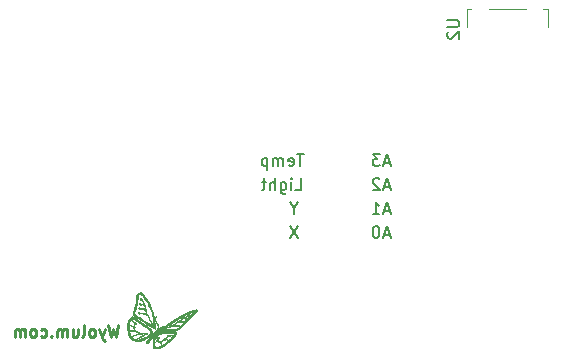
<source format=gbo>
G04 #@! TF.FileFunction,Legend,Bot*
%FSLAX46Y46*%
G04 Gerber Fmt 4.6, Leading zero omitted, Abs format (unit mm)*
G04 Created by KiCad (PCBNEW 4.0.6-e0-6349~53~ubuntu16.04.1) date Wed Aug  2 12:33:15 2017*
%MOMM*%
%LPD*%
G01*
G04 APERTURE LIST*
%ADD10C,0.100000*%
%ADD11C,0.200000*%
%ADD12C,0.250000*%
%ADD13C,0.120000*%
%ADD14C,0.010000*%
%ADD15C,0.150000*%
%ADD16O,1.727200X2.032000*%
%ADD17R,1.700000X1.700000*%
%ADD18O,1.700000X1.700000*%
%ADD19C,2.400000*%
%ADD20R,2.400000X2.400000*%
%ADD21O,1.500000X3.000000*%
%ADD22O,3.000000X1.500000*%
%ADD23C,1.599946*%
%ADD24C,1.600000*%
%ADD25R,0.600000X0.152400*%
%ADD26R,1.500000X1.300000*%
%ADD27R,1.524000X1.524000*%
%ADD28R,2.000000X3.500000*%
%ADD29R,7.000000X7.000000*%
G04 APERTURE END LIST*
D10*
D11*
X138231333Y-109053381D02*
X137659904Y-109053381D01*
X137945619Y-110053381D02*
X137945619Y-109053381D01*
X136945618Y-110005762D02*
X137040856Y-110053381D01*
X137231333Y-110053381D01*
X137326571Y-110005762D01*
X137374190Y-109910524D01*
X137374190Y-109529571D01*
X137326571Y-109434333D01*
X137231333Y-109386714D01*
X137040856Y-109386714D01*
X136945618Y-109434333D01*
X136897999Y-109529571D01*
X136897999Y-109624810D01*
X137374190Y-109720048D01*
X136469428Y-110053381D02*
X136469428Y-109386714D01*
X136469428Y-109481952D02*
X136421809Y-109434333D01*
X136326571Y-109386714D01*
X136183713Y-109386714D01*
X136088475Y-109434333D01*
X136040856Y-109529571D01*
X136040856Y-110053381D01*
X136040856Y-109529571D02*
X135993237Y-109434333D01*
X135897999Y-109386714D01*
X135755142Y-109386714D01*
X135659904Y-109434333D01*
X135612285Y-109529571D01*
X135612285Y-110053381D01*
X135136095Y-109386714D02*
X135136095Y-110386714D01*
X135136095Y-109434333D02*
X135040857Y-109386714D01*
X134850380Y-109386714D01*
X134755142Y-109434333D01*
X134707523Y-109481952D01*
X134659904Y-109577190D01*
X134659904Y-109862905D01*
X134707523Y-109958143D01*
X134755142Y-110005762D01*
X134850380Y-110053381D01*
X135040857Y-110053381D01*
X135136095Y-110005762D01*
X137517047Y-112085381D02*
X137993238Y-112085381D01*
X137993238Y-111085381D01*
X137183714Y-112085381D02*
X137183714Y-111418714D01*
X137183714Y-111085381D02*
X137231333Y-111133000D01*
X137183714Y-111180619D01*
X137136095Y-111133000D01*
X137183714Y-111085381D01*
X137183714Y-111180619D01*
X136278952Y-111418714D02*
X136278952Y-112228238D01*
X136326571Y-112323476D01*
X136374190Y-112371095D01*
X136469429Y-112418714D01*
X136612286Y-112418714D01*
X136707524Y-112371095D01*
X136278952Y-112037762D02*
X136374190Y-112085381D01*
X136564667Y-112085381D01*
X136659905Y-112037762D01*
X136707524Y-111990143D01*
X136755143Y-111894905D01*
X136755143Y-111609190D01*
X136707524Y-111513952D01*
X136659905Y-111466333D01*
X136564667Y-111418714D01*
X136374190Y-111418714D01*
X136278952Y-111466333D01*
X135802762Y-112085381D02*
X135802762Y-111085381D01*
X135374190Y-112085381D02*
X135374190Y-111561571D01*
X135421809Y-111466333D01*
X135517047Y-111418714D01*
X135659905Y-111418714D01*
X135755143Y-111466333D01*
X135802762Y-111513952D01*
X135040857Y-111418714D02*
X134659905Y-111418714D01*
X134898000Y-111085381D02*
X134898000Y-111942524D01*
X134850381Y-112037762D01*
X134755143Y-112085381D01*
X134659905Y-112085381D01*
X137414000Y-113641190D02*
X137414000Y-114117381D01*
X137747333Y-113117381D02*
X137414000Y-113641190D01*
X137080666Y-113117381D01*
X137747333Y-115149381D02*
X137080666Y-116149381D01*
X137080666Y-115149381D02*
X137747333Y-116149381D01*
X145494286Y-115863667D02*
X145018095Y-115863667D01*
X145589524Y-116149381D02*
X145256191Y-115149381D01*
X144922857Y-116149381D01*
X144399048Y-115149381D02*
X144303809Y-115149381D01*
X144208571Y-115197000D01*
X144160952Y-115244619D01*
X144113333Y-115339857D01*
X144065714Y-115530333D01*
X144065714Y-115768429D01*
X144113333Y-115958905D01*
X144160952Y-116054143D01*
X144208571Y-116101762D01*
X144303809Y-116149381D01*
X144399048Y-116149381D01*
X144494286Y-116101762D01*
X144541905Y-116054143D01*
X144589524Y-115958905D01*
X144637143Y-115768429D01*
X144637143Y-115530333D01*
X144589524Y-115339857D01*
X144541905Y-115244619D01*
X144494286Y-115197000D01*
X144399048Y-115149381D01*
X145494286Y-113831667D02*
X145018095Y-113831667D01*
X145589524Y-114117381D02*
X145256191Y-113117381D01*
X144922857Y-114117381D01*
X144065714Y-114117381D02*
X144637143Y-114117381D01*
X144351429Y-114117381D02*
X144351429Y-113117381D01*
X144446667Y-113260238D01*
X144541905Y-113355476D01*
X144637143Y-113403095D01*
X145494286Y-111799667D02*
X145018095Y-111799667D01*
X145589524Y-112085381D02*
X145256191Y-111085381D01*
X144922857Y-112085381D01*
X144637143Y-111180619D02*
X144589524Y-111133000D01*
X144494286Y-111085381D01*
X144256190Y-111085381D01*
X144160952Y-111133000D01*
X144113333Y-111180619D01*
X144065714Y-111275857D01*
X144065714Y-111371095D01*
X144113333Y-111513952D01*
X144684762Y-112085381D01*
X144065714Y-112085381D01*
X145494286Y-109767667D02*
X145018095Y-109767667D01*
X145589524Y-110053381D02*
X145256191Y-109053381D01*
X144922857Y-110053381D01*
X144684762Y-109053381D02*
X144065714Y-109053381D01*
X144399048Y-109434333D01*
X144256190Y-109434333D01*
X144160952Y-109481952D01*
X144113333Y-109529571D01*
X144065714Y-109624810D01*
X144065714Y-109862905D01*
X144113333Y-109958143D01*
X144160952Y-110005762D01*
X144256190Y-110053381D01*
X144541905Y-110053381D01*
X144637143Y-110005762D01*
X144684762Y-109958143D01*
D12*
X122538571Y-123531381D02*
X122300476Y-124531381D01*
X122109999Y-123817095D01*
X121919523Y-124531381D01*
X121681428Y-123531381D01*
X121395714Y-123864714D02*
X121157619Y-124531381D01*
X120919523Y-123864714D02*
X121157619Y-124531381D01*
X121252857Y-124769476D01*
X121300476Y-124817095D01*
X121395714Y-124864714D01*
X120395714Y-124531381D02*
X120490952Y-124483762D01*
X120538571Y-124436143D01*
X120586190Y-124340905D01*
X120586190Y-124055190D01*
X120538571Y-123959952D01*
X120490952Y-123912333D01*
X120395714Y-123864714D01*
X120252856Y-123864714D01*
X120157618Y-123912333D01*
X120109999Y-123959952D01*
X120062380Y-124055190D01*
X120062380Y-124340905D01*
X120109999Y-124436143D01*
X120157618Y-124483762D01*
X120252856Y-124531381D01*
X120395714Y-124531381D01*
X119490952Y-124531381D02*
X119586190Y-124483762D01*
X119633809Y-124388524D01*
X119633809Y-123531381D01*
X118681427Y-123864714D02*
X118681427Y-124531381D01*
X119109999Y-123864714D02*
X119109999Y-124388524D01*
X119062380Y-124483762D01*
X118967142Y-124531381D01*
X118824284Y-124531381D01*
X118729046Y-124483762D01*
X118681427Y-124436143D01*
X118205237Y-124531381D02*
X118205237Y-123864714D01*
X118205237Y-123959952D02*
X118157618Y-123912333D01*
X118062380Y-123864714D01*
X117919522Y-123864714D01*
X117824284Y-123912333D01*
X117776665Y-124007571D01*
X117776665Y-124531381D01*
X117776665Y-124007571D02*
X117729046Y-123912333D01*
X117633808Y-123864714D01*
X117490951Y-123864714D01*
X117395713Y-123912333D01*
X117348094Y-124007571D01*
X117348094Y-124531381D01*
X116871904Y-124436143D02*
X116824285Y-124483762D01*
X116871904Y-124531381D01*
X116919523Y-124483762D01*
X116871904Y-124436143D01*
X116871904Y-124531381D01*
X115967142Y-124483762D02*
X116062380Y-124531381D01*
X116252857Y-124531381D01*
X116348095Y-124483762D01*
X116395714Y-124436143D01*
X116443333Y-124340905D01*
X116443333Y-124055190D01*
X116395714Y-123959952D01*
X116348095Y-123912333D01*
X116252857Y-123864714D01*
X116062380Y-123864714D01*
X115967142Y-123912333D01*
X115395714Y-124531381D02*
X115490952Y-124483762D01*
X115538571Y-124436143D01*
X115586190Y-124340905D01*
X115586190Y-124055190D01*
X115538571Y-123959952D01*
X115490952Y-123912333D01*
X115395714Y-123864714D01*
X115252856Y-123864714D01*
X115157618Y-123912333D01*
X115109999Y-123959952D01*
X115062380Y-124055190D01*
X115062380Y-124340905D01*
X115109999Y-124436143D01*
X115157618Y-124483762D01*
X115252856Y-124531381D01*
X115395714Y-124531381D01*
X114633809Y-124531381D02*
X114633809Y-123864714D01*
X114633809Y-123959952D02*
X114586190Y-123912333D01*
X114490952Y-123864714D01*
X114348094Y-123864714D01*
X114252856Y-123912333D01*
X114205237Y-124007571D01*
X114205237Y-124531381D01*
X114205237Y-124007571D02*
X114157618Y-123912333D01*
X114062380Y-123864714D01*
X113919523Y-123864714D01*
X113824285Y-123912333D01*
X113776666Y-124007571D01*
X113776666Y-124531381D01*
D13*
X152436100Y-96759600D02*
X152086100Y-96759600D01*
X152086100Y-96759600D02*
X152086100Y-98259600D01*
X157086100Y-96759600D02*
X153886100Y-96759600D01*
X158886100Y-98259600D02*
X158886100Y-96759600D01*
X158886100Y-96759600D02*
X158486100Y-96759600D01*
D14*
G36*
X127210038Y-124047685D02*
X127107462Y-124061389D01*
X127049692Y-124067512D01*
X126960035Y-124073992D01*
X126845672Y-124080451D01*
X126713787Y-124086515D01*
X126571562Y-124091808D01*
X126466349Y-124094942D01*
X125962005Y-124108308D01*
X125850887Y-124219117D01*
X125783751Y-124285279D01*
X125702618Y-124364091D01*
X125622001Y-124441481D01*
X125598999Y-124463348D01*
X125458228Y-124596769D01*
X125444818Y-124915136D01*
X125440015Y-125033552D01*
X125437598Y-125120902D01*
X125438291Y-125185160D01*
X125442820Y-125234303D01*
X125451911Y-125276305D01*
X125466287Y-125319140D01*
X125486118Y-125369405D01*
X125509888Y-125428051D01*
X125530661Y-125468043D01*
X125555790Y-125492028D01*
X125592626Y-125502650D01*
X125648521Y-125502555D01*
X125730828Y-125494389D01*
X125808154Y-125485280D01*
X125892012Y-125473378D01*
X125975320Y-125458271D01*
X126023077Y-125447455D01*
X126096741Y-125428272D01*
X126169697Y-125409319D01*
X126184898Y-125405378D01*
X126244660Y-125378217D01*
X126320953Y-125325533D01*
X126389650Y-125267647D01*
X126394934Y-125263158D01*
X126191757Y-125263158D01*
X126190989Y-125265755D01*
X126163376Y-125278385D01*
X126106785Y-125295064D01*
X126030835Y-125313728D01*
X125945145Y-125332316D01*
X125859334Y-125348764D01*
X125783020Y-125361009D01*
X125725822Y-125366989D01*
X125717717Y-125367250D01*
X125657819Y-125366229D01*
X125624166Y-125356988D01*
X125603977Y-125333242D01*
X125591182Y-125305039D01*
X125566540Y-125225062D01*
X125566544Y-125153445D01*
X125593379Y-125080445D01*
X125649227Y-124996317D01*
X125664825Y-124976351D01*
X125719420Y-124911067D01*
X125760399Y-124871885D01*
X125795822Y-124852391D01*
X125827975Y-124846483D01*
X125890430Y-124849455D01*
X125934362Y-124865046D01*
X125952259Y-124889167D01*
X125944503Y-124909891D01*
X125930988Y-124944700D01*
X125952203Y-124968766D01*
X126004336Y-124977769D01*
X126004446Y-124977769D01*
X126035105Y-124981276D01*
X126059991Y-124996595D01*
X126085696Y-125030926D01*
X126118817Y-125091470D01*
X126131547Y-125116541D01*
X126162969Y-125182569D01*
X126184233Y-125234440D01*
X126191757Y-125263158D01*
X126394934Y-125263158D01*
X126470538Y-125198937D01*
X126566605Y-125124049D01*
X126659625Y-125057077D01*
X126677214Y-125045240D01*
X126781029Y-124969363D01*
X126891895Y-124873846D01*
X126966292Y-124801267D01*
X126770176Y-124801267D01*
X126756420Y-124820715D01*
X126753150Y-124824356D01*
X126723942Y-124850443D01*
X126670759Y-124892466D01*
X126601762Y-124944130D01*
X126541343Y-124987693D01*
X126462294Y-125045431D01*
X126389534Y-125101613D01*
X126332585Y-125148723D01*
X126306539Y-125172993D01*
X126266493Y-125209818D01*
X126234986Y-125230282D01*
X126228769Y-125231769D01*
X126210193Y-125215480D01*
X126181386Y-125172590D01*
X126148303Y-125112063D01*
X126145468Y-125106360D01*
X126113854Y-125039217D01*
X126099337Y-124997539D01*
X126099969Y-124972668D01*
X126111967Y-124957429D01*
X126136244Y-124924346D01*
X126136871Y-124921712D01*
X126079366Y-124921712D01*
X126064562Y-124937550D01*
X126061606Y-124939444D01*
X126022165Y-124956830D01*
X125998007Y-124945031D01*
X125994604Y-124940042D01*
X125995454Y-124916783D01*
X126021579Y-124904314D01*
X126057657Y-124908704D01*
X126079366Y-124921712D01*
X126136871Y-124921712D01*
X126140308Y-124907274D01*
X126157214Y-124883403D01*
X126201056Y-124852742D01*
X126261521Y-124820308D01*
X126328297Y-124791121D01*
X126391069Y-124770198D01*
X126437712Y-124762547D01*
X126490464Y-124757492D01*
X126527809Y-124745743D01*
X126527974Y-124745639D01*
X126561838Y-124740867D01*
X126621573Y-124747728D01*
X126670322Y-124758287D01*
X126733342Y-124775012D01*
X126764555Y-124787686D01*
X126770176Y-124801267D01*
X126966292Y-124801267D01*
X127013876Y-124754846D01*
X127151035Y-124608518D01*
X127218961Y-124532536D01*
X127300759Y-124427028D01*
X127326577Y-124378858D01*
X127167796Y-124378858D01*
X127165990Y-124392723D01*
X127162624Y-124399173D01*
X127136994Y-124433760D01*
X127091924Y-124484300D01*
X127034068Y-124544363D01*
X126970078Y-124607519D01*
X126906609Y-124667337D01*
X126850314Y-124717388D01*
X126807847Y-124751240D01*
X126786635Y-124762550D01*
X126749132Y-124756909D01*
X126693553Y-124743215D01*
X126676072Y-124738127D01*
X126617993Y-124715473D01*
X126598644Y-124704231D01*
X126511538Y-124704231D01*
X126494818Y-124718918D01*
X126462692Y-124723769D01*
X126425974Y-124717081D01*
X126413846Y-124704231D01*
X126430567Y-124689543D01*
X126462692Y-124684692D01*
X126499411Y-124691381D01*
X126511538Y-124704231D01*
X126598644Y-124704231D01*
X126572699Y-124689158D01*
X126565172Y-124682650D01*
X126551965Y-124664755D01*
X126553325Y-124644833D01*
X126573266Y-124615794D01*
X126615805Y-124570554D01*
X126645436Y-124540996D01*
X126719886Y-124473756D01*
X126776071Y-124437954D01*
X126806159Y-124430692D01*
X126851282Y-124423694D01*
X126874403Y-124411705D01*
X126902078Y-124400730D01*
X126957375Y-124389458D01*
X127028921Y-124380150D01*
X127037299Y-124379342D01*
X127093895Y-124374635D01*
X126841366Y-124374635D01*
X126826562Y-124390473D01*
X126823606Y-124392367D01*
X126782820Y-124409000D01*
X126753049Y-124406003D01*
X126746000Y-124392769D01*
X126761870Y-124365176D01*
X126799016Y-124356868D01*
X126819657Y-124361628D01*
X126841366Y-124374635D01*
X127093895Y-124374635D01*
X127110380Y-124373264D01*
X127151570Y-124372737D01*
X127167796Y-124378858D01*
X127326577Y-124378858D01*
X127359284Y-124317838D01*
X127380108Y-124265321D01*
X127407293Y-124182124D01*
X127265945Y-124182124D01*
X127265508Y-124205291D01*
X127250251Y-124249275D01*
X127241488Y-124268385D01*
X127221309Y-124306679D01*
X127200299Y-124329780D01*
X127168028Y-124342757D01*
X127114068Y-124350677D01*
X127062107Y-124355542D01*
X126964778Y-124360200D01*
X126898681Y-124353372D01*
X126871138Y-124343452D01*
X126807603Y-124328079D01*
X126760184Y-124331636D01*
X126715609Y-124346799D01*
X126698744Y-124374335D01*
X126697154Y-124396594D01*
X126683277Y-124437941D01*
X126647523Y-124492031D01*
X126598706Y-124549326D01*
X126545642Y-124600287D01*
X126497144Y-124635376D01*
X126467027Y-124645616D01*
X126417598Y-124654877D01*
X126378096Y-124677312D01*
X126360886Y-124704896D01*
X126362168Y-124713666D01*
X126351834Y-124736464D01*
X126313653Y-124767097D01*
X126256795Y-124800878D01*
X126190430Y-124833124D01*
X126123729Y-124859150D01*
X126065861Y-124874270D01*
X126043871Y-124876278D01*
X125990182Y-124871005D01*
X125952118Y-124857997D01*
X125949808Y-124856301D01*
X125929100Y-124821112D01*
X125925385Y-124797702D01*
X125925242Y-124797390D01*
X125858678Y-124797390D01*
X125856166Y-124803273D01*
X125827317Y-124820114D01*
X125792132Y-124814942D01*
X125780112Y-124803971D01*
X125784788Y-124784877D01*
X125811245Y-124771305D01*
X125842239Y-124770748D01*
X125849313Y-124773902D01*
X125858678Y-124797390D01*
X125925242Y-124797390D01*
X125908563Y-124761183D01*
X125886308Y-124748969D01*
X125859855Y-124728333D01*
X125849205Y-124699388D01*
X125828622Y-124699388D01*
X125812246Y-124733312D01*
X125783731Y-124746834D01*
X125748442Y-124764231D01*
X125733399Y-124809048D01*
X125733239Y-124810412D01*
X125717275Y-124857511D01*
X125683275Y-124916985D01*
X125655085Y-124955301D01*
X125583462Y-125042855D01*
X125577659Y-124899794D01*
X125576073Y-124826176D01*
X125577334Y-124766439D01*
X125581162Y-124732642D01*
X125581592Y-124731365D01*
X125608202Y-124702396D01*
X125658097Y-124672107D01*
X125716345Y-124647325D01*
X125768012Y-124634879D01*
X125789727Y-124636199D01*
X125821404Y-124661679D01*
X125828622Y-124699388D01*
X125849205Y-124699388D01*
X125847175Y-124693871D01*
X125850297Y-124661130D01*
X125871255Y-124645657D01*
X125872804Y-124645616D01*
X125907973Y-124634801D01*
X125935567Y-124618422D01*
X125960473Y-124593325D01*
X125958663Y-124587000D01*
X125896077Y-124587000D01*
X125868519Y-124603414D01*
X125846078Y-124606539D01*
X125814960Y-124598134D01*
X125808154Y-124587000D01*
X125824909Y-124572437D01*
X125858153Y-124567462D01*
X125891396Y-124573664D01*
X125896077Y-124587000D01*
X125958663Y-124587000D01*
X125953302Y-124568267D01*
X125946678Y-124559807D01*
X125901421Y-124532663D01*
X125842723Y-124531666D01*
X125785095Y-124555659D01*
X125763259Y-124574429D01*
X125720141Y-124612063D01*
X125668435Y-124645895D01*
X125619478Y-124669827D01*
X125584604Y-124677760D01*
X125576779Y-124674753D01*
X125585855Y-124657778D01*
X125619242Y-124619220D01*
X125672410Y-124563864D01*
X125740828Y-124496493D01*
X125788121Y-124451537D01*
X126012283Y-124241141D01*
X126393796Y-124228415D01*
X126533132Y-124222938D01*
X126678802Y-124215783D01*
X126818741Y-124207638D01*
X126940887Y-124199192D01*
X127014688Y-124192968D01*
X127107360Y-124185171D01*
X127185344Y-124180493D01*
X127240731Y-124179276D01*
X127265614Y-124181860D01*
X127265945Y-124182124D01*
X127407293Y-124182124D01*
X127408796Y-124177526D01*
X127419192Y-124113722D01*
X127407905Y-124071372D01*
X127371544Y-124047940D01*
X127306719Y-124040889D01*
X127210038Y-124047685D01*
X127210038Y-124047685D01*
G37*
X127210038Y-124047685D02*
X127107462Y-124061389D01*
X127049692Y-124067512D01*
X126960035Y-124073992D01*
X126845672Y-124080451D01*
X126713787Y-124086515D01*
X126571562Y-124091808D01*
X126466349Y-124094942D01*
X125962005Y-124108308D01*
X125850887Y-124219117D01*
X125783751Y-124285279D01*
X125702618Y-124364091D01*
X125622001Y-124441481D01*
X125598999Y-124463348D01*
X125458228Y-124596769D01*
X125444818Y-124915136D01*
X125440015Y-125033552D01*
X125437598Y-125120902D01*
X125438291Y-125185160D01*
X125442820Y-125234303D01*
X125451911Y-125276305D01*
X125466287Y-125319140D01*
X125486118Y-125369405D01*
X125509888Y-125428051D01*
X125530661Y-125468043D01*
X125555790Y-125492028D01*
X125592626Y-125502650D01*
X125648521Y-125502555D01*
X125730828Y-125494389D01*
X125808154Y-125485280D01*
X125892012Y-125473378D01*
X125975320Y-125458271D01*
X126023077Y-125447455D01*
X126096741Y-125428272D01*
X126169697Y-125409319D01*
X126184898Y-125405378D01*
X126244660Y-125378217D01*
X126320953Y-125325533D01*
X126389650Y-125267647D01*
X126394934Y-125263158D01*
X126191757Y-125263158D01*
X126190989Y-125265755D01*
X126163376Y-125278385D01*
X126106785Y-125295064D01*
X126030835Y-125313728D01*
X125945145Y-125332316D01*
X125859334Y-125348764D01*
X125783020Y-125361009D01*
X125725822Y-125366989D01*
X125717717Y-125367250D01*
X125657819Y-125366229D01*
X125624166Y-125356988D01*
X125603977Y-125333242D01*
X125591182Y-125305039D01*
X125566540Y-125225062D01*
X125566544Y-125153445D01*
X125593379Y-125080445D01*
X125649227Y-124996317D01*
X125664825Y-124976351D01*
X125719420Y-124911067D01*
X125760399Y-124871885D01*
X125795822Y-124852391D01*
X125827975Y-124846483D01*
X125890430Y-124849455D01*
X125934362Y-124865046D01*
X125952259Y-124889167D01*
X125944503Y-124909891D01*
X125930988Y-124944700D01*
X125952203Y-124968766D01*
X126004336Y-124977769D01*
X126004446Y-124977769D01*
X126035105Y-124981276D01*
X126059991Y-124996595D01*
X126085696Y-125030926D01*
X126118817Y-125091470D01*
X126131547Y-125116541D01*
X126162969Y-125182569D01*
X126184233Y-125234440D01*
X126191757Y-125263158D01*
X126394934Y-125263158D01*
X126470538Y-125198937D01*
X126566605Y-125124049D01*
X126659625Y-125057077D01*
X126677214Y-125045240D01*
X126781029Y-124969363D01*
X126891895Y-124873846D01*
X126966292Y-124801267D01*
X126770176Y-124801267D01*
X126756420Y-124820715D01*
X126753150Y-124824356D01*
X126723942Y-124850443D01*
X126670759Y-124892466D01*
X126601762Y-124944130D01*
X126541343Y-124987693D01*
X126462294Y-125045431D01*
X126389534Y-125101613D01*
X126332585Y-125148723D01*
X126306539Y-125172993D01*
X126266493Y-125209818D01*
X126234986Y-125230282D01*
X126228769Y-125231769D01*
X126210193Y-125215480D01*
X126181386Y-125172590D01*
X126148303Y-125112063D01*
X126145468Y-125106360D01*
X126113854Y-125039217D01*
X126099337Y-124997539D01*
X126099969Y-124972668D01*
X126111967Y-124957429D01*
X126136244Y-124924346D01*
X126136871Y-124921712D01*
X126079366Y-124921712D01*
X126064562Y-124937550D01*
X126061606Y-124939444D01*
X126022165Y-124956830D01*
X125998007Y-124945031D01*
X125994604Y-124940042D01*
X125995454Y-124916783D01*
X126021579Y-124904314D01*
X126057657Y-124908704D01*
X126079366Y-124921712D01*
X126136871Y-124921712D01*
X126140308Y-124907274D01*
X126157214Y-124883403D01*
X126201056Y-124852742D01*
X126261521Y-124820308D01*
X126328297Y-124791121D01*
X126391069Y-124770198D01*
X126437712Y-124762547D01*
X126490464Y-124757492D01*
X126527809Y-124745743D01*
X126527974Y-124745639D01*
X126561838Y-124740867D01*
X126621573Y-124747728D01*
X126670322Y-124758287D01*
X126733342Y-124775012D01*
X126764555Y-124787686D01*
X126770176Y-124801267D01*
X126966292Y-124801267D01*
X127013876Y-124754846D01*
X127151035Y-124608518D01*
X127218961Y-124532536D01*
X127300759Y-124427028D01*
X127326577Y-124378858D01*
X127167796Y-124378858D01*
X127165990Y-124392723D01*
X127162624Y-124399173D01*
X127136994Y-124433760D01*
X127091924Y-124484300D01*
X127034068Y-124544363D01*
X126970078Y-124607519D01*
X126906609Y-124667337D01*
X126850314Y-124717388D01*
X126807847Y-124751240D01*
X126786635Y-124762550D01*
X126749132Y-124756909D01*
X126693553Y-124743215D01*
X126676072Y-124738127D01*
X126617993Y-124715473D01*
X126598644Y-124704231D01*
X126511538Y-124704231D01*
X126494818Y-124718918D01*
X126462692Y-124723769D01*
X126425974Y-124717081D01*
X126413846Y-124704231D01*
X126430567Y-124689543D01*
X126462692Y-124684692D01*
X126499411Y-124691381D01*
X126511538Y-124704231D01*
X126598644Y-124704231D01*
X126572699Y-124689158D01*
X126565172Y-124682650D01*
X126551965Y-124664755D01*
X126553325Y-124644833D01*
X126573266Y-124615794D01*
X126615805Y-124570554D01*
X126645436Y-124540996D01*
X126719886Y-124473756D01*
X126776071Y-124437954D01*
X126806159Y-124430692D01*
X126851282Y-124423694D01*
X126874403Y-124411705D01*
X126902078Y-124400730D01*
X126957375Y-124389458D01*
X127028921Y-124380150D01*
X127037299Y-124379342D01*
X127093895Y-124374635D01*
X126841366Y-124374635D01*
X126826562Y-124390473D01*
X126823606Y-124392367D01*
X126782820Y-124409000D01*
X126753049Y-124406003D01*
X126746000Y-124392769D01*
X126761870Y-124365176D01*
X126799016Y-124356868D01*
X126819657Y-124361628D01*
X126841366Y-124374635D01*
X127093895Y-124374635D01*
X127110380Y-124373264D01*
X127151570Y-124372737D01*
X127167796Y-124378858D01*
X127326577Y-124378858D01*
X127359284Y-124317838D01*
X127380108Y-124265321D01*
X127407293Y-124182124D01*
X127265945Y-124182124D01*
X127265508Y-124205291D01*
X127250251Y-124249275D01*
X127241488Y-124268385D01*
X127221309Y-124306679D01*
X127200299Y-124329780D01*
X127168028Y-124342757D01*
X127114068Y-124350677D01*
X127062107Y-124355542D01*
X126964778Y-124360200D01*
X126898681Y-124353372D01*
X126871138Y-124343452D01*
X126807603Y-124328079D01*
X126760184Y-124331636D01*
X126715609Y-124346799D01*
X126698744Y-124374335D01*
X126697154Y-124396594D01*
X126683277Y-124437941D01*
X126647523Y-124492031D01*
X126598706Y-124549326D01*
X126545642Y-124600287D01*
X126497144Y-124635376D01*
X126467027Y-124645616D01*
X126417598Y-124654877D01*
X126378096Y-124677312D01*
X126360886Y-124704896D01*
X126362168Y-124713666D01*
X126351834Y-124736464D01*
X126313653Y-124767097D01*
X126256795Y-124800878D01*
X126190430Y-124833124D01*
X126123729Y-124859150D01*
X126065861Y-124874270D01*
X126043871Y-124876278D01*
X125990182Y-124871005D01*
X125952118Y-124857997D01*
X125949808Y-124856301D01*
X125929100Y-124821112D01*
X125925385Y-124797702D01*
X125925242Y-124797390D01*
X125858678Y-124797390D01*
X125856166Y-124803273D01*
X125827317Y-124820114D01*
X125792132Y-124814942D01*
X125780112Y-124803971D01*
X125784788Y-124784877D01*
X125811245Y-124771305D01*
X125842239Y-124770748D01*
X125849313Y-124773902D01*
X125858678Y-124797390D01*
X125925242Y-124797390D01*
X125908563Y-124761183D01*
X125886308Y-124748969D01*
X125859855Y-124728333D01*
X125849205Y-124699388D01*
X125828622Y-124699388D01*
X125812246Y-124733312D01*
X125783731Y-124746834D01*
X125748442Y-124764231D01*
X125733399Y-124809048D01*
X125733239Y-124810412D01*
X125717275Y-124857511D01*
X125683275Y-124916985D01*
X125655085Y-124955301D01*
X125583462Y-125042855D01*
X125577659Y-124899794D01*
X125576073Y-124826176D01*
X125577334Y-124766439D01*
X125581162Y-124732642D01*
X125581592Y-124731365D01*
X125608202Y-124702396D01*
X125658097Y-124672107D01*
X125716345Y-124647325D01*
X125768012Y-124634879D01*
X125789727Y-124636199D01*
X125821404Y-124661679D01*
X125828622Y-124699388D01*
X125849205Y-124699388D01*
X125847175Y-124693871D01*
X125850297Y-124661130D01*
X125871255Y-124645657D01*
X125872804Y-124645616D01*
X125907973Y-124634801D01*
X125935567Y-124618422D01*
X125960473Y-124593325D01*
X125958663Y-124587000D01*
X125896077Y-124587000D01*
X125868519Y-124603414D01*
X125846078Y-124606539D01*
X125814960Y-124598134D01*
X125808154Y-124587000D01*
X125824909Y-124572437D01*
X125858153Y-124567462D01*
X125891396Y-124573664D01*
X125896077Y-124587000D01*
X125958663Y-124587000D01*
X125953302Y-124568267D01*
X125946678Y-124559807D01*
X125901421Y-124532663D01*
X125842723Y-124531666D01*
X125785095Y-124555659D01*
X125763259Y-124574429D01*
X125720141Y-124612063D01*
X125668435Y-124645895D01*
X125619478Y-124669827D01*
X125584604Y-124677760D01*
X125576779Y-124674753D01*
X125585855Y-124657778D01*
X125619242Y-124619220D01*
X125672410Y-124563864D01*
X125740828Y-124496493D01*
X125788121Y-124451537D01*
X126012283Y-124241141D01*
X126393796Y-124228415D01*
X126533132Y-124222938D01*
X126678802Y-124215783D01*
X126818741Y-124207638D01*
X126940887Y-124199192D01*
X127014688Y-124192968D01*
X127107360Y-124185171D01*
X127185344Y-124180493D01*
X127240731Y-124179276D01*
X127265614Y-124181860D01*
X127265945Y-124182124D01*
X127407293Y-124182124D01*
X127408796Y-124177526D01*
X127419192Y-124113722D01*
X127407905Y-124071372D01*
X127371544Y-124047940D01*
X127306719Y-124040889D01*
X127210038Y-124047685D01*
G36*
X124285517Y-120778996D02*
X124223157Y-120797680D01*
X124181909Y-120821256D01*
X124147846Y-120860491D01*
X124117142Y-120909164D01*
X124090862Y-120955547D01*
X124072772Y-120997273D01*
X124060816Y-121043955D01*
X124052935Y-121105208D01*
X124047073Y-121190647D01*
X124043980Y-121251087D01*
X124035175Y-121386967D01*
X124021607Y-121508653D01*
X124001206Y-121626041D01*
X123971905Y-121749025D01*
X123931634Y-121887500D01*
X123878326Y-122051361D01*
X123874027Y-122064117D01*
X123823130Y-122226117D01*
X123790452Y-122359101D01*
X123775421Y-122468317D01*
X123777461Y-122559010D01*
X123795999Y-122636425D01*
X123808211Y-122665496D01*
X123833020Y-122708203D01*
X123868019Y-122748350D01*
X123918637Y-122790058D01*
X123990309Y-122837449D01*
X124088464Y-122894646D01*
X124167689Y-122938301D01*
X124276576Y-122998817D01*
X124382820Y-123060966D01*
X124492152Y-123128453D01*
X124610304Y-123204982D01*
X124743008Y-123294258D01*
X124895994Y-123399987D01*
X125056966Y-123513123D01*
X125184722Y-123602383D01*
X125286913Y-123671093D01*
X125368968Y-123722498D01*
X125436320Y-123759844D01*
X125494400Y-123786374D01*
X125543516Y-123803773D01*
X125609505Y-123823310D01*
X125658721Y-123836285D01*
X125681444Y-123840158D01*
X125681895Y-123839937D01*
X125680460Y-123819958D01*
X125673731Y-123767474D01*
X125662568Y-123688568D01*
X125658055Y-123658170D01*
X125533031Y-123658170D01*
X125527717Y-123662170D01*
X125510189Y-123639385D01*
X125494012Y-123612051D01*
X125462620Y-123554963D01*
X125418676Y-123473114D01*
X125364841Y-123371498D01*
X125303778Y-123255108D01*
X125239839Y-123132204D01*
X125174954Y-123005933D01*
X125115889Y-122889005D01*
X125065126Y-122786495D01*
X125025148Y-122703477D01*
X124998438Y-122645025D01*
X124987538Y-122616525D01*
X124974863Y-122591058D01*
X124924670Y-122591058D01*
X124918899Y-122610471D01*
X124898600Y-122610597D01*
X124864334Y-122591858D01*
X124855023Y-122577557D01*
X124860794Y-122558145D01*
X124881092Y-122558019D01*
X124915359Y-122576758D01*
X124924670Y-122591058D01*
X124974863Y-122591058D01*
X124964673Y-122570584D01*
X124938692Y-122547320D01*
X124907174Y-122527135D01*
X124886245Y-122502430D01*
X124870997Y-122463145D01*
X124856520Y-122399214D01*
X124850068Y-122365670D01*
X124838292Y-122290941D01*
X124837635Y-122244315D01*
X124848082Y-122216438D01*
X124849831Y-122214208D01*
X124860849Y-122187104D01*
X124853957Y-122175551D01*
X124809419Y-122175551D01*
X124801103Y-122182330D01*
X124778653Y-122183148D01*
X124739667Y-122176246D01*
X124724604Y-122165581D01*
X124721970Y-122142818D01*
X124743626Y-122136782D01*
X124777569Y-122149704D01*
X124784391Y-122154466D01*
X124809419Y-122175551D01*
X124853957Y-122175551D01*
X124842415Y-122156206D01*
X124834131Y-122147593D01*
X124816342Y-122118303D01*
X124335816Y-122118303D01*
X124315564Y-122124993D01*
X124306085Y-122125154D01*
X124272396Y-122113487D01*
X124264615Y-122095846D01*
X124273894Y-122069827D01*
X124281762Y-122066539D01*
X124307225Y-122079906D01*
X124323231Y-122095846D01*
X124335816Y-122118303D01*
X124816342Y-122118303D01*
X124809545Y-122107112D01*
X124788909Y-122045761D01*
X124774517Y-121976290D01*
X124768664Y-121911447D01*
X124773643Y-121863983D01*
X124780747Y-121850917D01*
X124786278Y-121827222D01*
X124784730Y-121825226D01*
X124726585Y-121825226D01*
X124706333Y-121831916D01*
X124696854Y-121832077D01*
X124663165Y-121820410D01*
X124655385Y-121802769D01*
X124664663Y-121776750D01*
X124672531Y-121773462D01*
X124697994Y-121786829D01*
X124714000Y-121802769D01*
X124726585Y-121825226D01*
X124784730Y-121825226D01*
X124760253Y-121793679D01*
X124748451Y-121783031D01*
X124715131Y-121741107D01*
X124676667Y-121673567D01*
X124638370Y-121592450D01*
X124605550Y-121509793D01*
X124583520Y-121437633D01*
X124577231Y-121394981D01*
X124559468Y-121340597D01*
X124494823Y-121340597D01*
X124489053Y-121360009D01*
X124468754Y-121360135D01*
X124434488Y-121341396D01*
X124425177Y-121327096D01*
X124430948Y-121307683D01*
X124451246Y-121307557D01*
X124485512Y-121326296D01*
X124494823Y-121340597D01*
X124559468Y-121340597D01*
X124559053Y-121339328D01*
X124508961Y-121296016D01*
X124444365Y-121273081D01*
X124396881Y-121269415D01*
X124373408Y-121285672D01*
X124370192Y-121292636D01*
X124371929Y-121336145D01*
X124409951Y-121374574D01*
X124479281Y-121404462D01*
X124516366Y-121417985D01*
X124543169Y-121437647D01*
X124566086Y-121471960D01*
X124591510Y-121529433D01*
X124611170Y-121579993D01*
X124669799Y-121733575D01*
X124604970Y-121745737D01*
X124552626Y-121747533D01*
X124547528Y-121746125D01*
X124417779Y-121746125D01*
X124405534Y-121753466D01*
X124387186Y-121753923D01*
X124348464Y-121746393D01*
X124333834Y-121735735D01*
X124331905Y-121712404D01*
X124353384Y-121703516D01*
X124384336Y-121712001D01*
X124397677Y-121722304D01*
X124417779Y-121746125D01*
X124547528Y-121746125D01*
X124492629Y-121730963D01*
X124431802Y-121703042D01*
X124367824Y-121673165D01*
X124328159Y-121662221D01*
X124304132Y-121668194D01*
X124299362Y-121672284D01*
X124287322Y-121704993D01*
X124304315Y-121739523D01*
X124341214Y-121769273D01*
X124388894Y-121787641D01*
X124438228Y-121788027D01*
X124452829Y-121783294D01*
X124508945Y-121771756D01*
X124564053Y-121779143D01*
X124601279Y-121802858D01*
X124603649Y-121806511D01*
X124632028Y-121833294D01*
X124679587Y-121860387D01*
X124686688Y-121863478D01*
X124732276Y-121888439D01*
X124750680Y-121920895D01*
X124753344Y-121954455D01*
X124756859Y-122012544D01*
X124764297Y-122057467D01*
X124766636Y-122079642D01*
X124755628Y-122094569D01*
X124725402Y-122103624D01*
X124670089Y-122108182D01*
X124583816Y-122109622D01*
X124541765Y-122109637D01*
X124449612Y-122105701D01*
X124390646Y-122093716D01*
X124365919Y-122079706D01*
X124315482Y-122047142D01*
X124264716Y-122033982D01*
X124225619Y-122041947D01*
X124212693Y-122057740D01*
X124215406Y-122096195D01*
X124245625Y-122130269D01*
X124291798Y-122154445D01*
X124342370Y-122163210D01*
X124385788Y-122151047D01*
X124393984Y-122144277D01*
X124424306Y-122135723D01*
X124480029Y-122135998D01*
X124548933Y-122143364D01*
X124618798Y-122156083D01*
X124677403Y-122172418D01*
X124711152Y-122189384D01*
X124752738Y-122217644D01*
X124774990Y-122228069D01*
X124799392Y-122256495D01*
X124821480Y-122323522D01*
X124831118Y-122368786D01*
X124843295Y-122438673D01*
X124846369Y-122480833D01*
X124839531Y-122505725D01*
X124821975Y-122523808D01*
X124818974Y-122526120D01*
X124781930Y-122545062D01*
X124760756Y-122546366D01*
X124732674Y-122541590D01*
X124675655Y-122535133D01*
X124599742Y-122528071D01*
X124559855Y-122524808D01*
X124454661Y-122513508D01*
X124442108Y-122510824D01*
X124299922Y-122510824D01*
X124283643Y-122515153D01*
X124265211Y-122512915D01*
X124226134Y-122498540D01*
X124210787Y-122481731D01*
X124215356Y-122461163D01*
X124240205Y-122459394D01*
X124272042Y-122475225D01*
X124285711Y-122488492D01*
X124299922Y-122510824D01*
X124442108Y-122510824D01*
X124382696Y-122498121D01*
X124338212Y-122477383D01*
X124335711Y-122475488D01*
X124282611Y-122443737D01*
X124238832Y-122427139D01*
X124192111Y-122427235D01*
X124170391Y-122450297D01*
X124177050Y-122486744D01*
X124206121Y-122519950D01*
X124243729Y-122542432D01*
X124290044Y-122549515D01*
X124351033Y-122545012D01*
X124427115Y-122540990D01*
X124517838Y-122543846D01*
X124613056Y-122552328D01*
X124702621Y-122565182D01*
X124776386Y-122581154D01*
X124824205Y-122598992D01*
X124831849Y-122604406D01*
X124877514Y-122633455D01*
X124918905Y-122649530D01*
X124936992Y-122657950D01*
X124957260Y-122676222D01*
X124982036Y-122708123D01*
X125013650Y-122757431D01*
X125054429Y-122827924D01*
X125106703Y-122923379D01*
X125172800Y-123047574D01*
X125222281Y-123141690D01*
X125287332Y-123266659D01*
X125345485Y-123380054D01*
X125394502Y-123477376D01*
X125432149Y-123554127D01*
X125456189Y-123605811D01*
X125464386Y-123627929D01*
X125464243Y-123628347D01*
X125445797Y-123621382D01*
X125402568Y-123595842D01*
X125341466Y-123556011D01*
X125285082Y-123517244D01*
X125097028Y-123386600D01*
X124912024Y-123260673D01*
X124735058Y-123142722D01*
X124571117Y-123036007D01*
X124425188Y-122943788D01*
X124302261Y-122869324D01*
X124233855Y-122830219D01*
X124144972Y-122778940D01*
X124063631Y-122727963D01*
X123998921Y-122683240D01*
X123960317Y-122651126D01*
X123923706Y-122599326D01*
X123904274Y-122535152D01*
X123902310Y-122454092D01*
X123918105Y-122351635D01*
X123951948Y-122223268D01*
X123996618Y-122086077D01*
X124050953Y-121922099D01*
X124091709Y-121780751D01*
X124121607Y-121649150D01*
X124143370Y-121514410D01*
X124159718Y-121363648D01*
X124166409Y-121282224D01*
X124175267Y-121174702D01*
X124183864Y-121098187D01*
X124193932Y-121044659D01*
X124207205Y-121006099D01*
X124225414Y-120974487D01*
X124236040Y-120959918D01*
X124280870Y-120915763D01*
X124330612Y-120896689D01*
X124386881Y-120904005D01*
X124451294Y-120939021D01*
X124525464Y-121003046D01*
X124611007Y-121097389D01*
X124709538Y-121223359D01*
X124822672Y-121382265D01*
X124902202Y-121499923D01*
X124951570Y-121583199D01*
X125008598Y-121696585D01*
X125074304Y-121842274D01*
X125149708Y-122022458D01*
X125179286Y-122095846D01*
X125358867Y-122545231D01*
X125437298Y-123053231D01*
X125458899Y-123192637D01*
X125479085Y-123321961D01*
X125496932Y-123435357D01*
X125511515Y-123526978D01*
X125521911Y-123590980D01*
X125526869Y-123619846D01*
X125533031Y-123658170D01*
X125658055Y-123658170D01*
X125647832Y-123589326D01*
X125630386Y-123475830D01*
X125630019Y-123473478D01*
X125612536Y-123358713D01*
X125597893Y-123257064D01*
X125586941Y-123174892D01*
X125580525Y-123118562D01*
X125579495Y-123094438D01*
X125579497Y-123094431D01*
X125591639Y-123100292D01*
X125618490Y-123133406D01*
X125655748Y-123186887D01*
X125699112Y-123253845D01*
X125744279Y-123327394D01*
X125786950Y-123400645D01*
X125822823Y-123466711D01*
X125847595Y-123518705D01*
X125852714Y-123531923D01*
X125874197Y-123602977D01*
X125890220Y-123673021D01*
X125893058Y-123690673D01*
X125896789Y-123737446D01*
X125886462Y-123757264D01*
X125855675Y-123761494D01*
X125853153Y-123761500D01*
X125804856Y-123773142D01*
X125778042Y-123811268D01*
X125769387Y-123880678D01*
X125769376Y-123882417D01*
X125765678Y-123917333D01*
X125751274Y-123950202D01*
X125720684Y-123988549D01*
X125668428Y-124039898D01*
X125627423Y-124077350D01*
X125499918Y-124194718D01*
X125394186Y-124298345D01*
X125300990Y-124398260D01*
X125211090Y-124504494D01*
X125115245Y-124627079D01*
X125088670Y-124662258D01*
X125019287Y-124755349D01*
X124970438Y-124823764D01*
X124938735Y-124873726D01*
X124920792Y-124911459D01*
X124913222Y-124943186D01*
X124912639Y-124975131D01*
X124913243Y-124984642D01*
X124920269Y-125037106D01*
X124935966Y-125061900D01*
X124967597Y-125070408D01*
X124968000Y-125070447D01*
X125020720Y-125065934D01*
X125052219Y-125054162D01*
X125075675Y-125030470D01*
X125114801Y-124980547D01*
X125164511Y-124911271D01*
X125219722Y-124829519D01*
X125230469Y-124813058D01*
X125296922Y-124713580D01*
X125352945Y-124638267D01*
X125407255Y-124577222D01*
X125468571Y-124520548D01*
X125537020Y-124465046D01*
X125644417Y-124376486D01*
X125745062Y-124284932D01*
X125833357Y-124196158D01*
X125903702Y-124115941D01*
X125950499Y-124050055D01*
X125962655Y-124025959D01*
X125981456Y-123985682D01*
X125997287Y-123977067D01*
X126019677Y-123994655D01*
X126034499Y-124005482D01*
X126057534Y-124013059D01*
X126094224Y-124017616D01*
X126150012Y-124019388D01*
X126230343Y-124018606D01*
X126340657Y-124015501D01*
X126432785Y-124012285D01*
X126581464Y-124006144D01*
X126745331Y-123998159D01*
X126909425Y-123989135D01*
X127058788Y-123979877D01*
X127138167Y-123974318D01*
X127286776Y-123961912D01*
X127405070Y-123946866D01*
X127501258Y-123925270D01*
X127583549Y-123893215D01*
X127660153Y-123846793D01*
X127739277Y-123782096D01*
X127829131Y-123695214D01*
X127918308Y-123602857D01*
X127986740Y-123531793D01*
X128077761Y-123438429D01*
X128186220Y-123327988D01*
X128306966Y-123205691D01*
X128434846Y-123076760D01*
X128564710Y-122946416D01*
X128652741Y-122858423D01*
X128796156Y-122714626D01*
X128913210Y-122595589D01*
X129005877Y-122499163D01*
X129076133Y-122423198D01*
X129125950Y-122365545D01*
X129145717Y-122339386D01*
X128982804Y-122339386D01*
X128504287Y-122824334D01*
X128381531Y-122948943D01*
X128258214Y-123074493D01*
X128139405Y-123195799D01*
X128030169Y-123307675D01*
X127935573Y-123404936D01*
X127860685Y-123482397D01*
X127830385Y-123513998D01*
X127730707Y-123616364D01*
X127647419Y-123694133D01*
X127572151Y-123751158D01*
X127496530Y-123791294D01*
X127412187Y-123818393D01*
X127310749Y-123836308D01*
X127183846Y-123848894D01*
X127087923Y-123855762D01*
X126965379Y-123863224D01*
X126838884Y-123869658D01*
X126714194Y-123874912D01*
X126597070Y-123878835D01*
X126493268Y-123881273D01*
X126408547Y-123882076D01*
X126348665Y-123881089D01*
X126319381Y-123878163D01*
X126317782Y-123876113D01*
X126347745Y-123858561D01*
X126407043Y-123831335D01*
X126488015Y-123797347D01*
X126583001Y-123759511D01*
X126684341Y-123720739D01*
X126784376Y-123683944D01*
X126875445Y-123652037D01*
X126949888Y-123627933D01*
X127000045Y-123614543D01*
X127009769Y-123612991D01*
X127086889Y-123607768D01*
X127184363Y-123604916D01*
X127291412Y-123604330D01*
X127397253Y-123605905D01*
X127491106Y-123609533D01*
X127562189Y-123615109D01*
X127586154Y-123618659D01*
X127647444Y-123621570D01*
X127692971Y-123607198D01*
X127715255Y-123580413D01*
X127712941Y-123571000D01*
X127664308Y-123571000D01*
X127647587Y-123585688D01*
X127615462Y-123590539D01*
X127578743Y-123583850D01*
X127566615Y-123571000D01*
X127573098Y-123565305D01*
X127070205Y-123565305D01*
X127067550Y-123572350D01*
X127043338Y-123588177D01*
X127013953Y-123587947D01*
X127000000Y-123572153D01*
X127015445Y-123544912D01*
X127047347Y-123537447D01*
X127058934Y-123541889D01*
X127070205Y-123565305D01*
X127573098Y-123565305D01*
X127583336Y-123556313D01*
X127615462Y-123551462D01*
X127652180Y-123558150D01*
X127664308Y-123571000D01*
X127712941Y-123571000D01*
X127706814Y-123546086D01*
X127703733Y-123542113D01*
X127672468Y-123520209D01*
X127624499Y-123519351D01*
X127606779Y-123522352D01*
X127546780Y-123530939D01*
X127469857Y-123537845D01*
X127384801Y-123542818D01*
X127300407Y-123545607D01*
X127225468Y-123545963D01*
X127168778Y-123543634D01*
X127139130Y-123538368D01*
X127136769Y-123535762D01*
X127152266Y-123516746D01*
X127193362Y-123483839D01*
X127251966Y-123442241D01*
X127319986Y-123397152D01*
X127389331Y-123353771D01*
X127451910Y-123317299D01*
X127499631Y-123292935D01*
X127524403Y-123285878D01*
X127525122Y-123286199D01*
X127553853Y-123287447D01*
X127603883Y-123276689D01*
X127628818Y-123268789D01*
X127715736Y-123244778D01*
X127777732Y-123241188D01*
X127810762Y-123258249D01*
X127810846Y-123258385D01*
X127838465Y-123272492D01*
X127887434Y-123277620D01*
X127940882Y-123272930D01*
X127965556Y-123266064D01*
X127991111Y-123241388D01*
X127993622Y-123216321D01*
X127937846Y-123216321D01*
X127921810Y-123239935D01*
X127887710Y-123252308D01*
X127872881Y-123251383D01*
X127858493Y-123233436D01*
X127617735Y-123233436D01*
X127615547Y-123238708D01*
X127590813Y-123254314D01*
X127556189Y-123257569D01*
X127530828Y-123248192D01*
X127527538Y-123239999D01*
X127541789Y-123213680D01*
X127548013Y-123208960D01*
X127578951Y-123203155D01*
X127607679Y-123213731D01*
X127617735Y-123233436D01*
X127858493Y-123233436D01*
X127857625Y-123232354D01*
X127857453Y-123228589D01*
X127872502Y-123211437D01*
X127903367Y-123203000D01*
X127930862Y-123206205D01*
X127937846Y-123216321D01*
X127993622Y-123216321D01*
X127994523Y-123207333D01*
X127976440Y-123181442D01*
X127962269Y-123177192D01*
X127895332Y-123177171D01*
X127838865Y-123187345D01*
X127811823Y-123201096D01*
X127779041Y-123214988D01*
X127732193Y-123218721D01*
X127690653Y-123212170D01*
X127675442Y-123201977D01*
X127684562Y-123182727D01*
X127718851Y-123148816D01*
X127770269Y-123106179D01*
X127830775Y-123060750D01*
X127892330Y-123018464D01*
X127946892Y-122985254D01*
X127986422Y-122967055D01*
X127996109Y-122965308D01*
X128045759Y-122954946D01*
X128073788Y-122941752D01*
X128108055Y-122929179D01*
X128140777Y-122945100D01*
X128150895Y-122953842D01*
X128195755Y-122974930D01*
X128252513Y-122978251D01*
X128305658Y-122965499D01*
X128339682Y-122938366D01*
X128342259Y-122932950D01*
X128341967Y-122926231D01*
X128289538Y-122926231D01*
X128272818Y-122940918D01*
X128240692Y-122945769D01*
X128203974Y-122939081D01*
X128191846Y-122926231D01*
X128208567Y-122911543D01*
X128240692Y-122906692D01*
X128277411Y-122913381D01*
X128289538Y-122926231D01*
X128341967Y-122926231D01*
X128340987Y-122903705D01*
X128035538Y-122903705D01*
X128019502Y-122927320D01*
X127985403Y-122939693D01*
X127970573Y-122938768D01*
X127955318Y-122919739D01*
X127955145Y-122915973D01*
X127970194Y-122898822D01*
X128001059Y-122890385D01*
X128028554Y-122893589D01*
X128035538Y-122903705D01*
X128340987Y-122903705D01*
X128340762Y-122898546D01*
X128308461Y-122878678D01*
X128251221Y-122874374D01*
X128174905Y-122886662D01*
X128138115Y-122897165D01*
X128102589Y-122901017D01*
X128094154Y-122889678D01*
X128111017Y-122868582D01*
X128155119Y-122839407D01*
X128216726Y-122806731D01*
X128286107Y-122775132D01*
X128353530Y-122749186D01*
X128409261Y-122733471D01*
X128431855Y-122730846D01*
X128489121Y-122722768D01*
X128534182Y-122703653D01*
X128559089Y-122678556D01*
X128557279Y-122672231D01*
X128504462Y-122672231D01*
X128487741Y-122686918D01*
X128455615Y-122691769D01*
X128418897Y-122685081D01*
X128406769Y-122672231D01*
X128423490Y-122657543D01*
X128455615Y-122652692D01*
X128492334Y-122659381D01*
X128504462Y-122672231D01*
X128557279Y-122672231D01*
X128551918Y-122653498D01*
X128545293Y-122645037D01*
X128506047Y-122621136D01*
X128453528Y-122615773D01*
X128400945Y-122626489D01*
X128361504Y-122650826D01*
X128348154Y-122681731D01*
X128331803Y-122704655D01*
X128289215Y-122737421D01*
X128230092Y-122774525D01*
X128164133Y-122810458D01*
X128101037Y-122839713D01*
X128050504Y-122856785D01*
X128035963Y-122858970D01*
X127962930Y-122863670D01*
X127919754Y-122870012D01*
X127897224Y-122880440D01*
X127886127Y-122897399D01*
X127885540Y-122898895D01*
X127887389Y-122933323D01*
X127898305Y-122945483D01*
X127898089Y-122963773D01*
X127871034Y-122995814D01*
X127824446Y-123036359D01*
X127765634Y-123080160D01*
X127701907Y-123121971D01*
X127640573Y-123156544D01*
X127588939Y-123178632D01*
X127566615Y-123183628D01*
X127507968Y-123199832D01*
X127479700Y-123232205D01*
X127452068Y-123266536D01*
X127398490Y-123312508D01*
X127327960Y-123364267D01*
X127249472Y-123415957D01*
X127172021Y-123461723D01*
X127104600Y-123495708D01*
X127056203Y-123512057D01*
X127048846Y-123512707D01*
X126982960Y-123521947D01*
X126946378Y-123550896D01*
X126938947Y-123567562D01*
X126918415Y-123585589D01*
X126869627Y-123613634D01*
X126800664Y-123647349D01*
X126745518Y-123671655D01*
X126612564Y-123727473D01*
X126512576Y-123768570D01*
X126442771Y-123796002D01*
X126400365Y-123810827D01*
X126382574Y-123814102D01*
X126384538Y-123808776D01*
X126412982Y-123786256D01*
X126470108Y-123745288D01*
X126551767Y-123688615D01*
X126595006Y-123659108D01*
X126348851Y-123659108D01*
X126331068Y-123683617D01*
X126278083Y-123725074D01*
X126222015Y-123762882D01*
X126150742Y-123811632D01*
X126091209Y-123856868D01*
X126051865Y-123891947D01*
X126041886Y-123904517D01*
X126020116Y-123937768D01*
X126011993Y-123935788D01*
X126020381Y-123900908D01*
X126024287Y-123890203D01*
X126033869Y-123839246D01*
X126024070Y-123818178D01*
X126017193Y-123789509D01*
X126045520Y-123756297D01*
X126105823Y-123721064D01*
X126191119Y-123687577D01*
X126278864Y-123661058D01*
X126331446Y-123651578D01*
X126348851Y-123659108D01*
X126595006Y-123659108D01*
X126653809Y-123618981D01*
X126772084Y-123539129D01*
X126902443Y-123451803D01*
X127040737Y-123359745D01*
X127182815Y-123265699D01*
X127324528Y-123172409D01*
X127461726Y-123082618D01*
X127590261Y-122999069D01*
X127705981Y-122924506D01*
X127804739Y-122861672D01*
X127882383Y-122813310D01*
X127934765Y-122782164D01*
X127948970Y-122774505D01*
X128048771Y-122725917D01*
X128165654Y-122671210D01*
X128292773Y-122613370D01*
X128423283Y-122555381D01*
X128550337Y-122500226D01*
X128667091Y-122450891D01*
X128766697Y-122410358D01*
X128842311Y-122381613D01*
X128875518Y-122370615D01*
X128982804Y-122339386D01*
X129145717Y-122339386D01*
X129157304Y-122324053D01*
X129172168Y-122296574D01*
X129173610Y-122291281D01*
X129174537Y-122240450D01*
X129149443Y-122212980D01*
X129093118Y-122203733D01*
X129084703Y-122203607D01*
X129016664Y-122208668D01*
X128934336Y-122225357D01*
X128834180Y-122254911D01*
X128712661Y-122298570D01*
X128566241Y-122357572D01*
X128391383Y-122433156D01*
X128256840Y-122493563D01*
X128120883Y-122555472D01*
X128007990Y-122607707D01*
X127912024Y-122653780D01*
X127826851Y-122697202D01*
X127746332Y-122741487D01*
X127664332Y-122790147D01*
X127574715Y-122846692D01*
X127471343Y-122914637D01*
X127348081Y-122997492D01*
X127198792Y-123098770D01*
X127195385Y-123101085D01*
X127058098Y-123194445D01*
X126925775Y-123284588D01*
X126803262Y-123368200D01*
X126695402Y-123441971D01*
X126607041Y-123502586D01*
X126543024Y-123546735D01*
X126516746Y-123565044D01*
X126461286Y-123601484D01*
X126422180Y-123622204D01*
X126406044Y-123623870D01*
X126406490Y-123620603D01*
X126412661Y-123602095D01*
X126407926Y-123593455D01*
X126384609Y-123594144D01*
X126335030Y-123603623D01*
X126292693Y-123612622D01*
X126200881Y-123637244D01*
X126112358Y-123669706D01*
X126036826Y-123705629D01*
X125983990Y-123740635D01*
X125967145Y-123759501D01*
X125949841Y-123784166D01*
X125944012Y-123785923D01*
X125940916Y-123762229D01*
X125935540Y-123713772D01*
X125932866Y-123688231D01*
X125913326Y-123576785D01*
X125875847Y-123467131D01*
X125816495Y-123349954D01*
X125737006Y-123224269D01*
X125687172Y-123148176D01*
X125646869Y-123081707D01*
X125620631Y-123032665D01*
X125612769Y-123010359D01*
X125624796Y-122968074D01*
X125654301Y-122913507D01*
X125691417Y-122862296D01*
X125726281Y-122830077D01*
X125726634Y-122829876D01*
X125747500Y-122808655D01*
X125737507Y-122789393D01*
X125711887Y-122786925D01*
X125676688Y-122811541D01*
X125638501Y-122854748D01*
X125603914Y-122908054D01*
X125579518Y-122962968D01*
X125571746Y-123003017D01*
X125568254Y-123010094D01*
X125559925Y-122983257D01*
X125547838Y-122927218D01*
X125533072Y-122846690D01*
X125525105Y-122799231D01*
X125504195Y-122672838D01*
X125487277Y-122577093D01*
X125472301Y-122504039D01*
X125457219Y-122445717D01*
X125439982Y-122394169D01*
X125418541Y-122341436D01*
X125391931Y-122281936D01*
X125364095Y-122217796D01*
X125326672Y-122127281D01*
X125283796Y-122020603D01*
X125239602Y-121907976D01*
X125221491Y-121860960D01*
X125181562Y-121758350D01*
X125146710Y-121674868D01*
X125112365Y-121602302D01*
X125073960Y-121532437D01*
X125026923Y-121457061D01*
X124966686Y-121367960D01*
X124888680Y-121256921D01*
X124873648Y-121235729D01*
X124791923Y-121121444D01*
X124727672Y-121034277D01*
X124676356Y-120969061D01*
X124633435Y-120920630D01*
X124594367Y-120883817D01*
X124554614Y-120853453D01*
X124515260Y-120827842D01*
X124392355Y-120751685D01*
X124285517Y-120778996D01*
X124285517Y-120778996D01*
G37*
X124285517Y-120778996D02*
X124223157Y-120797680D01*
X124181909Y-120821256D01*
X124147846Y-120860491D01*
X124117142Y-120909164D01*
X124090862Y-120955547D01*
X124072772Y-120997273D01*
X124060816Y-121043955D01*
X124052935Y-121105208D01*
X124047073Y-121190647D01*
X124043980Y-121251087D01*
X124035175Y-121386967D01*
X124021607Y-121508653D01*
X124001206Y-121626041D01*
X123971905Y-121749025D01*
X123931634Y-121887500D01*
X123878326Y-122051361D01*
X123874027Y-122064117D01*
X123823130Y-122226117D01*
X123790452Y-122359101D01*
X123775421Y-122468317D01*
X123777461Y-122559010D01*
X123795999Y-122636425D01*
X123808211Y-122665496D01*
X123833020Y-122708203D01*
X123868019Y-122748350D01*
X123918637Y-122790058D01*
X123990309Y-122837449D01*
X124088464Y-122894646D01*
X124167689Y-122938301D01*
X124276576Y-122998817D01*
X124382820Y-123060966D01*
X124492152Y-123128453D01*
X124610304Y-123204982D01*
X124743008Y-123294258D01*
X124895994Y-123399987D01*
X125056966Y-123513123D01*
X125184722Y-123602383D01*
X125286913Y-123671093D01*
X125368968Y-123722498D01*
X125436320Y-123759844D01*
X125494400Y-123786374D01*
X125543516Y-123803773D01*
X125609505Y-123823310D01*
X125658721Y-123836285D01*
X125681444Y-123840158D01*
X125681895Y-123839937D01*
X125680460Y-123819958D01*
X125673731Y-123767474D01*
X125662568Y-123688568D01*
X125658055Y-123658170D01*
X125533031Y-123658170D01*
X125527717Y-123662170D01*
X125510189Y-123639385D01*
X125494012Y-123612051D01*
X125462620Y-123554963D01*
X125418676Y-123473114D01*
X125364841Y-123371498D01*
X125303778Y-123255108D01*
X125239839Y-123132204D01*
X125174954Y-123005933D01*
X125115889Y-122889005D01*
X125065126Y-122786495D01*
X125025148Y-122703477D01*
X124998438Y-122645025D01*
X124987538Y-122616525D01*
X124974863Y-122591058D01*
X124924670Y-122591058D01*
X124918899Y-122610471D01*
X124898600Y-122610597D01*
X124864334Y-122591858D01*
X124855023Y-122577557D01*
X124860794Y-122558145D01*
X124881092Y-122558019D01*
X124915359Y-122576758D01*
X124924670Y-122591058D01*
X124974863Y-122591058D01*
X124964673Y-122570584D01*
X124938692Y-122547320D01*
X124907174Y-122527135D01*
X124886245Y-122502430D01*
X124870997Y-122463145D01*
X124856520Y-122399214D01*
X124850068Y-122365670D01*
X124838292Y-122290941D01*
X124837635Y-122244315D01*
X124848082Y-122216438D01*
X124849831Y-122214208D01*
X124860849Y-122187104D01*
X124853957Y-122175551D01*
X124809419Y-122175551D01*
X124801103Y-122182330D01*
X124778653Y-122183148D01*
X124739667Y-122176246D01*
X124724604Y-122165581D01*
X124721970Y-122142818D01*
X124743626Y-122136782D01*
X124777569Y-122149704D01*
X124784391Y-122154466D01*
X124809419Y-122175551D01*
X124853957Y-122175551D01*
X124842415Y-122156206D01*
X124834131Y-122147593D01*
X124816342Y-122118303D01*
X124335816Y-122118303D01*
X124315564Y-122124993D01*
X124306085Y-122125154D01*
X124272396Y-122113487D01*
X124264615Y-122095846D01*
X124273894Y-122069827D01*
X124281762Y-122066539D01*
X124307225Y-122079906D01*
X124323231Y-122095846D01*
X124335816Y-122118303D01*
X124816342Y-122118303D01*
X124809545Y-122107112D01*
X124788909Y-122045761D01*
X124774517Y-121976290D01*
X124768664Y-121911447D01*
X124773643Y-121863983D01*
X124780747Y-121850917D01*
X124786278Y-121827222D01*
X124784730Y-121825226D01*
X124726585Y-121825226D01*
X124706333Y-121831916D01*
X124696854Y-121832077D01*
X124663165Y-121820410D01*
X124655385Y-121802769D01*
X124664663Y-121776750D01*
X124672531Y-121773462D01*
X124697994Y-121786829D01*
X124714000Y-121802769D01*
X124726585Y-121825226D01*
X124784730Y-121825226D01*
X124760253Y-121793679D01*
X124748451Y-121783031D01*
X124715131Y-121741107D01*
X124676667Y-121673567D01*
X124638370Y-121592450D01*
X124605550Y-121509793D01*
X124583520Y-121437633D01*
X124577231Y-121394981D01*
X124559468Y-121340597D01*
X124494823Y-121340597D01*
X124489053Y-121360009D01*
X124468754Y-121360135D01*
X124434488Y-121341396D01*
X124425177Y-121327096D01*
X124430948Y-121307683D01*
X124451246Y-121307557D01*
X124485512Y-121326296D01*
X124494823Y-121340597D01*
X124559468Y-121340597D01*
X124559053Y-121339328D01*
X124508961Y-121296016D01*
X124444365Y-121273081D01*
X124396881Y-121269415D01*
X124373408Y-121285672D01*
X124370192Y-121292636D01*
X124371929Y-121336145D01*
X124409951Y-121374574D01*
X124479281Y-121404462D01*
X124516366Y-121417985D01*
X124543169Y-121437647D01*
X124566086Y-121471960D01*
X124591510Y-121529433D01*
X124611170Y-121579993D01*
X124669799Y-121733575D01*
X124604970Y-121745737D01*
X124552626Y-121747533D01*
X124547528Y-121746125D01*
X124417779Y-121746125D01*
X124405534Y-121753466D01*
X124387186Y-121753923D01*
X124348464Y-121746393D01*
X124333834Y-121735735D01*
X124331905Y-121712404D01*
X124353384Y-121703516D01*
X124384336Y-121712001D01*
X124397677Y-121722304D01*
X124417779Y-121746125D01*
X124547528Y-121746125D01*
X124492629Y-121730963D01*
X124431802Y-121703042D01*
X124367824Y-121673165D01*
X124328159Y-121662221D01*
X124304132Y-121668194D01*
X124299362Y-121672284D01*
X124287322Y-121704993D01*
X124304315Y-121739523D01*
X124341214Y-121769273D01*
X124388894Y-121787641D01*
X124438228Y-121788027D01*
X124452829Y-121783294D01*
X124508945Y-121771756D01*
X124564053Y-121779143D01*
X124601279Y-121802858D01*
X124603649Y-121806511D01*
X124632028Y-121833294D01*
X124679587Y-121860387D01*
X124686688Y-121863478D01*
X124732276Y-121888439D01*
X124750680Y-121920895D01*
X124753344Y-121954455D01*
X124756859Y-122012544D01*
X124764297Y-122057467D01*
X124766636Y-122079642D01*
X124755628Y-122094569D01*
X124725402Y-122103624D01*
X124670089Y-122108182D01*
X124583816Y-122109622D01*
X124541765Y-122109637D01*
X124449612Y-122105701D01*
X124390646Y-122093716D01*
X124365919Y-122079706D01*
X124315482Y-122047142D01*
X124264716Y-122033982D01*
X124225619Y-122041947D01*
X124212693Y-122057740D01*
X124215406Y-122096195D01*
X124245625Y-122130269D01*
X124291798Y-122154445D01*
X124342370Y-122163210D01*
X124385788Y-122151047D01*
X124393984Y-122144277D01*
X124424306Y-122135723D01*
X124480029Y-122135998D01*
X124548933Y-122143364D01*
X124618798Y-122156083D01*
X124677403Y-122172418D01*
X124711152Y-122189384D01*
X124752738Y-122217644D01*
X124774990Y-122228069D01*
X124799392Y-122256495D01*
X124821480Y-122323522D01*
X124831118Y-122368786D01*
X124843295Y-122438673D01*
X124846369Y-122480833D01*
X124839531Y-122505725D01*
X124821975Y-122523808D01*
X124818974Y-122526120D01*
X124781930Y-122545062D01*
X124760756Y-122546366D01*
X124732674Y-122541590D01*
X124675655Y-122535133D01*
X124599742Y-122528071D01*
X124559855Y-122524808D01*
X124454661Y-122513508D01*
X124442108Y-122510824D01*
X124299922Y-122510824D01*
X124283643Y-122515153D01*
X124265211Y-122512915D01*
X124226134Y-122498540D01*
X124210787Y-122481731D01*
X124215356Y-122461163D01*
X124240205Y-122459394D01*
X124272042Y-122475225D01*
X124285711Y-122488492D01*
X124299922Y-122510824D01*
X124442108Y-122510824D01*
X124382696Y-122498121D01*
X124338212Y-122477383D01*
X124335711Y-122475488D01*
X124282611Y-122443737D01*
X124238832Y-122427139D01*
X124192111Y-122427235D01*
X124170391Y-122450297D01*
X124177050Y-122486744D01*
X124206121Y-122519950D01*
X124243729Y-122542432D01*
X124290044Y-122549515D01*
X124351033Y-122545012D01*
X124427115Y-122540990D01*
X124517838Y-122543846D01*
X124613056Y-122552328D01*
X124702621Y-122565182D01*
X124776386Y-122581154D01*
X124824205Y-122598992D01*
X124831849Y-122604406D01*
X124877514Y-122633455D01*
X124918905Y-122649530D01*
X124936992Y-122657950D01*
X124957260Y-122676222D01*
X124982036Y-122708123D01*
X125013650Y-122757431D01*
X125054429Y-122827924D01*
X125106703Y-122923379D01*
X125172800Y-123047574D01*
X125222281Y-123141690D01*
X125287332Y-123266659D01*
X125345485Y-123380054D01*
X125394502Y-123477376D01*
X125432149Y-123554127D01*
X125456189Y-123605811D01*
X125464386Y-123627929D01*
X125464243Y-123628347D01*
X125445797Y-123621382D01*
X125402568Y-123595842D01*
X125341466Y-123556011D01*
X125285082Y-123517244D01*
X125097028Y-123386600D01*
X124912024Y-123260673D01*
X124735058Y-123142722D01*
X124571117Y-123036007D01*
X124425188Y-122943788D01*
X124302261Y-122869324D01*
X124233855Y-122830219D01*
X124144972Y-122778940D01*
X124063631Y-122727963D01*
X123998921Y-122683240D01*
X123960317Y-122651126D01*
X123923706Y-122599326D01*
X123904274Y-122535152D01*
X123902310Y-122454092D01*
X123918105Y-122351635D01*
X123951948Y-122223268D01*
X123996618Y-122086077D01*
X124050953Y-121922099D01*
X124091709Y-121780751D01*
X124121607Y-121649150D01*
X124143370Y-121514410D01*
X124159718Y-121363648D01*
X124166409Y-121282224D01*
X124175267Y-121174702D01*
X124183864Y-121098187D01*
X124193932Y-121044659D01*
X124207205Y-121006099D01*
X124225414Y-120974487D01*
X124236040Y-120959918D01*
X124280870Y-120915763D01*
X124330612Y-120896689D01*
X124386881Y-120904005D01*
X124451294Y-120939021D01*
X124525464Y-121003046D01*
X124611007Y-121097389D01*
X124709538Y-121223359D01*
X124822672Y-121382265D01*
X124902202Y-121499923D01*
X124951570Y-121583199D01*
X125008598Y-121696585D01*
X125074304Y-121842274D01*
X125149708Y-122022458D01*
X125179286Y-122095846D01*
X125358867Y-122545231D01*
X125437298Y-123053231D01*
X125458899Y-123192637D01*
X125479085Y-123321961D01*
X125496932Y-123435357D01*
X125511515Y-123526978D01*
X125521911Y-123590980D01*
X125526869Y-123619846D01*
X125533031Y-123658170D01*
X125658055Y-123658170D01*
X125647832Y-123589326D01*
X125630386Y-123475830D01*
X125630019Y-123473478D01*
X125612536Y-123358713D01*
X125597893Y-123257064D01*
X125586941Y-123174892D01*
X125580525Y-123118562D01*
X125579495Y-123094438D01*
X125579497Y-123094431D01*
X125591639Y-123100292D01*
X125618490Y-123133406D01*
X125655748Y-123186887D01*
X125699112Y-123253845D01*
X125744279Y-123327394D01*
X125786950Y-123400645D01*
X125822823Y-123466711D01*
X125847595Y-123518705D01*
X125852714Y-123531923D01*
X125874197Y-123602977D01*
X125890220Y-123673021D01*
X125893058Y-123690673D01*
X125896789Y-123737446D01*
X125886462Y-123757264D01*
X125855675Y-123761494D01*
X125853153Y-123761500D01*
X125804856Y-123773142D01*
X125778042Y-123811268D01*
X125769387Y-123880678D01*
X125769376Y-123882417D01*
X125765678Y-123917333D01*
X125751274Y-123950202D01*
X125720684Y-123988549D01*
X125668428Y-124039898D01*
X125627423Y-124077350D01*
X125499918Y-124194718D01*
X125394186Y-124298345D01*
X125300990Y-124398260D01*
X125211090Y-124504494D01*
X125115245Y-124627079D01*
X125088670Y-124662258D01*
X125019287Y-124755349D01*
X124970438Y-124823764D01*
X124938735Y-124873726D01*
X124920792Y-124911459D01*
X124913222Y-124943186D01*
X124912639Y-124975131D01*
X124913243Y-124984642D01*
X124920269Y-125037106D01*
X124935966Y-125061900D01*
X124967597Y-125070408D01*
X124968000Y-125070447D01*
X125020720Y-125065934D01*
X125052219Y-125054162D01*
X125075675Y-125030470D01*
X125114801Y-124980547D01*
X125164511Y-124911271D01*
X125219722Y-124829519D01*
X125230469Y-124813058D01*
X125296922Y-124713580D01*
X125352945Y-124638267D01*
X125407255Y-124577222D01*
X125468571Y-124520548D01*
X125537020Y-124465046D01*
X125644417Y-124376486D01*
X125745062Y-124284932D01*
X125833357Y-124196158D01*
X125903702Y-124115941D01*
X125950499Y-124050055D01*
X125962655Y-124025959D01*
X125981456Y-123985682D01*
X125997287Y-123977067D01*
X126019677Y-123994655D01*
X126034499Y-124005482D01*
X126057534Y-124013059D01*
X126094224Y-124017616D01*
X126150012Y-124019388D01*
X126230343Y-124018606D01*
X126340657Y-124015501D01*
X126432785Y-124012285D01*
X126581464Y-124006144D01*
X126745331Y-123998159D01*
X126909425Y-123989135D01*
X127058788Y-123979877D01*
X127138167Y-123974318D01*
X127286776Y-123961912D01*
X127405070Y-123946866D01*
X127501258Y-123925270D01*
X127583549Y-123893215D01*
X127660153Y-123846793D01*
X127739277Y-123782096D01*
X127829131Y-123695214D01*
X127918308Y-123602857D01*
X127986740Y-123531793D01*
X128077761Y-123438429D01*
X128186220Y-123327988D01*
X128306966Y-123205691D01*
X128434846Y-123076760D01*
X128564710Y-122946416D01*
X128652741Y-122858423D01*
X128796156Y-122714626D01*
X128913210Y-122595589D01*
X129005877Y-122499163D01*
X129076133Y-122423198D01*
X129125950Y-122365545D01*
X129145717Y-122339386D01*
X128982804Y-122339386D01*
X128504287Y-122824334D01*
X128381531Y-122948943D01*
X128258214Y-123074493D01*
X128139405Y-123195799D01*
X128030169Y-123307675D01*
X127935573Y-123404936D01*
X127860685Y-123482397D01*
X127830385Y-123513998D01*
X127730707Y-123616364D01*
X127647419Y-123694133D01*
X127572151Y-123751158D01*
X127496530Y-123791294D01*
X127412187Y-123818393D01*
X127310749Y-123836308D01*
X127183846Y-123848894D01*
X127087923Y-123855762D01*
X126965379Y-123863224D01*
X126838884Y-123869658D01*
X126714194Y-123874912D01*
X126597070Y-123878835D01*
X126493268Y-123881273D01*
X126408547Y-123882076D01*
X126348665Y-123881089D01*
X126319381Y-123878163D01*
X126317782Y-123876113D01*
X126347745Y-123858561D01*
X126407043Y-123831335D01*
X126488015Y-123797347D01*
X126583001Y-123759511D01*
X126684341Y-123720739D01*
X126784376Y-123683944D01*
X126875445Y-123652037D01*
X126949888Y-123627933D01*
X127000045Y-123614543D01*
X127009769Y-123612991D01*
X127086889Y-123607768D01*
X127184363Y-123604916D01*
X127291412Y-123604330D01*
X127397253Y-123605905D01*
X127491106Y-123609533D01*
X127562189Y-123615109D01*
X127586154Y-123618659D01*
X127647444Y-123621570D01*
X127692971Y-123607198D01*
X127715255Y-123580413D01*
X127712941Y-123571000D01*
X127664308Y-123571000D01*
X127647587Y-123585688D01*
X127615462Y-123590539D01*
X127578743Y-123583850D01*
X127566615Y-123571000D01*
X127573098Y-123565305D01*
X127070205Y-123565305D01*
X127067550Y-123572350D01*
X127043338Y-123588177D01*
X127013953Y-123587947D01*
X127000000Y-123572153D01*
X127015445Y-123544912D01*
X127047347Y-123537447D01*
X127058934Y-123541889D01*
X127070205Y-123565305D01*
X127573098Y-123565305D01*
X127583336Y-123556313D01*
X127615462Y-123551462D01*
X127652180Y-123558150D01*
X127664308Y-123571000D01*
X127712941Y-123571000D01*
X127706814Y-123546086D01*
X127703733Y-123542113D01*
X127672468Y-123520209D01*
X127624499Y-123519351D01*
X127606779Y-123522352D01*
X127546780Y-123530939D01*
X127469857Y-123537845D01*
X127384801Y-123542818D01*
X127300407Y-123545607D01*
X127225468Y-123545963D01*
X127168778Y-123543634D01*
X127139130Y-123538368D01*
X127136769Y-123535762D01*
X127152266Y-123516746D01*
X127193362Y-123483839D01*
X127251966Y-123442241D01*
X127319986Y-123397152D01*
X127389331Y-123353771D01*
X127451910Y-123317299D01*
X127499631Y-123292935D01*
X127524403Y-123285878D01*
X127525122Y-123286199D01*
X127553853Y-123287447D01*
X127603883Y-123276689D01*
X127628818Y-123268789D01*
X127715736Y-123244778D01*
X127777732Y-123241188D01*
X127810762Y-123258249D01*
X127810846Y-123258385D01*
X127838465Y-123272492D01*
X127887434Y-123277620D01*
X127940882Y-123272930D01*
X127965556Y-123266064D01*
X127991111Y-123241388D01*
X127993622Y-123216321D01*
X127937846Y-123216321D01*
X127921810Y-123239935D01*
X127887710Y-123252308D01*
X127872881Y-123251383D01*
X127858493Y-123233436D01*
X127617735Y-123233436D01*
X127615547Y-123238708D01*
X127590813Y-123254314D01*
X127556189Y-123257569D01*
X127530828Y-123248192D01*
X127527538Y-123239999D01*
X127541789Y-123213680D01*
X127548013Y-123208960D01*
X127578951Y-123203155D01*
X127607679Y-123213731D01*
X127617735Y-123233436D01*
X127858493Y-123233436D01*
X127857625Y-123232354D01*
X127857453Y-123228589D01*
X127872502Y-123211437D01*
X127903367Y-123203000D01*
X127930862Y-123206205D01*
X127937846Y-123216321D01*
X127993622Y-123216321D01*
X127994523Y-123207333D01*
X127976440Y-123181442D01*
X127962269Y-123177192D01*
X127895332Y-123177171D01*
X127838865Y-123187345D01*
X127811823Y-123201096D01*
X127779041Y-123214988D01*
X127732193Y-123218721D01*
X127690653Y-123212170D01*
X127675442Y-123201977D01*
X127684562Y-123182727D01*
X127718851Y-123148816D01*
X127770269Y-123106179D01*
X127830775Y-123060750D01*
X127892330Y-123018464D01*
X127946892Y-122985254D01*
X127986422Y-122967055D01*
X127996109Y-122965308D01*
X128045759Y-122954946D01*
X128073788Y-122941752D01*
X128108055Y-122929179D01*
X128140777Y-122945100D01*
X128150895Y-122953842D01*
X128195755Y-122974930D01*
X128252513Y-122978251D01*
X128305658Y-122965499D01*
X128339682Y-122938366D01*
X128342259Y-122932950D01*
X128341967Y-122926231D01*
X128289538Y-122926231D01*
X128272818Y-122940918D01*
X128240692Y-122945769D01*
X128203974Y-122939081D01*
X128191846Y-122926231D01*
X128208567Y-122911543D01*
X128240692Y-122906692D01*
X128277411Y-122913381D01*
X128289538Y-122926231D01*
X128341967Y-122926231D01*
X128340987Y-122903705D01*
X128035538Y-122903705D01*
X128019502Y-122927320D01*
X127985403Y-122939693D01*
X127970573Y-122938768D01*
X127955318Y-122919739D01*
X127955145Y-122915973D01*
X127970194Y-122898822D01*
X128001059Y-122890385D01*
X128028554Y-122893589D01*
X128035538Y-122903705D01*
X128340987Y-122903705D01*
X128340762Y-122898546D01*
X128308461Y-122878678D01*
X128251221Y-122874374D01*
X128174905Y-122886662D01*
X128138115Y-122897165D01*
X128102589Y-122901017D01*
X128094154Y-122889678D01*
X128111017Y-122868582D01*
X128155119Y-122839407D01*
X128216726Y-122806731D01*
X128286107Y-122775132D01*
X128353530Y-122749186D01*
X128409261Y-122733471D01*
X128431855Y-122730846D01*
X128489121Y-122722768D01*
X128534182Y-122703653D01*
X128559089Y-122678556D01*
X128557279Y-122672231D01*
X128504462Y-122672231D01*
X128487741Y-122686918D01*
X128455615Y-122691769D01*
X128418897Y-122685081D01*
X128406769Y-122672231D01*
X128423490Y-122657543D01*
X128455615Y-122652692D01*
X128492334Y-122659381D01*
X128504462Y-122672231D01*
X128557279Y-122672231D01*
X128551918Y-122653498D01*
X128545293Y-122645037D01*
X128506047Y-122621136D01*
X128453528Y-122615773D01*
X128400945Y-122626489D01*
X128361504Y-122650826D01*
X128348154Y-122681731D01*
X128331803Y-122704655D01*
X128289215Y-122737421D01*
X128230092Y-122774525D01*
X128164133Y-122810458D01*
X128101037Y-122839713D01*
X128050504Y-122856785D01*
X128035963Y-122858970D01*
X127962930Y-122863670D01*
X127919754Y-122870012D01*
X127897224Y-122880440D01*
X127886127Y-122897399D01*
X127885540Y-122898895D01*
X127887389Y-122933323D01*
X127898305Y-122945483D01*
X127898089Y-122963773D01*
X127871034Y-122995814D01*
X127824446Y-123036359D01*
X127765634Y-123080160D01*
X127701907Y-123121971D01*
X127640573Y-123156544D01*
X127588939Y-123178632D01*
X127566615Y-123183628D01*
X127507968Y-123199832D01*
X127479700Y-123232205D01*
X127452068Y-123266536D01*
X127398490Y-123312508D01*
X127327960Y-123364267D01*
X127249472Y-123415957D01*
X127172021Y-123461723D01*
X127104600Y-123495708D01*
X127056203Y-123512057D01*
X127048846Y-123512707D01*
X126982960Y-123521947D01*
X126946378Y-123550896D01*
X126938947Y-123567562D01*
X126918415Y-123585589D01*
X126869627Y-123613634D01*
X126800664Y-123647349D01*
X126745518Y-123671655D01*
X126612564Y-123727473D01*
X126512576Y-123768570D01*
X126442771Y-123796002D01*
X126400365Y-123810827D01*
X126382574Y-123814102D01*
X126384538Y-123808776D01*
X126412982Y-123786256D01*
X126470108Y-123745288D01*
X126551767Y-123688615D01*
X126595006Y-123659108D01*
X126348851Y-123659108D01*
X126331068Y-123683617D01*
X126278083Y-123725074D01*
X126222015Y-123762882D01*
X126150742Y-123811632D01*
X126091209Y-123856868D01*
X126051865Y-123891947D01*
X126041886Y-123904517D01*
X126020116Y-123937768D01*
X126011993Y-123935788D01*
X126020381Y-123900908D01*
X126024287Y-123890203D01*
X126033869Y-123839246D01*
X126024070Y-123818178D01*
X126017193Y-123789509D01*
X126045520Y-123756297D01*
X126105823Y-123721064D01*
X126191119Y-123687577D01*
X126278864Y-123661058D01*
X126331446Y-123651578D01*
X126348851Y-123659108D01*
X126595006Y-123659108D01*
X126653809Y-123618981D01*
X126772084Y-123539129D01*
X126902443Y-123451803D01*
X127040737Y-123359745D01*
X127182815Y-123265699D01*
X127324528Y-123172409D01*
X127461726Y-123082618D01*
X127590261Y-122999069D01*
X127705981Y-122924506D01*
X127804739Y-122861672D01*
X127882383Y-122813310D01*
X127934765Y-122782164D01*
X127948970Y-122774505D01*
X128048771Y-122725917D01*
X128165654Y-122671210D01*
X128292773Y-122613370D01*
X128423283Y-122555381D01*
X128550337Y-122500226D01*
X128667091Y-122450891D01*
X128766697Y-122410358D01*
X128842311Y-122381613D01*
X128875518Y-122370615D01*
X128982804Y-122339386D01*
X129145717Y-122339386D01*
X129157304Y-122324053D01*
X129172168Y-122296574D01*
X129173610Y-122291281D01*
X129174537Y-122240450D01*
X129149443Y-122212980D01*
X129093118Y-122203733D01*
X129084703Y-122203607D01*
X129016664Y-122208668D01*
X128934336Y-122225357D01*
X128834180Y-122254911D01*
X128712661Y-122298570D01*
X128566241Y-122357572D01*
X128391383Y-122433156D01*
X128256840Y-122493563D01*
X128120883Y-122555472D01*
X128007990Y-122607707D01*
X127912024Y-122653780D01*
X127826851Y-122697202D01*
X127746332Y-122741487D01*
X127664332Y-122790147D01*
X127574715Y-122846692D01*
X127471343Y-122914637D01*
X127348081Y-122997492D01*
X127198792Y-123098770D01*
X127195385Y-123101085D01*
X127058098Y-123194445D01*
X126925775Y-123284588D01*
X126803262Y-123368200D01*
X126695402Y-123441971D01*
X126607041Y-123502586D01*
X126543024Y-123546735D01*
X126516746Y-123565044D01*
X126461286Y-123601484D01*
X126422180Y-123622204D01*
X126406044Y-123623870D01*
X126406490Y-123620603D01*
X126412661Y-123602095D01*
X126407926Y-123593455D01*
X126384609Y-123594144D01*
X126335030Y-123603623D01*
X126292693Y-123612622D01*
X126200881Y-123637244D01*
X126112358Y-123669706D01*
X126036826Y-123705629D01*
X125983990Y-123740635D01*
X125967145Y-123759501D01*
X125949841Y-123784166D01*
X125944012Y-123785923D01*
X125940916Y-123762229D01*
X125935540Y-123713772D01*
X125932866Y-123688231D01*
X125913326Y-123576785D01*
X125875847Y-123467131D01*
X125816495Y-123349954D01*
X125737006Y-123224269D01*
X125687172Y-123148176D01*
X125646869Y-123081707D01*
X125620631Y-123032665D01*
X125612769Y-123010359D01*
X125624796Y-122968074D01*
X125654301Y-122913507D01*
X125691417Y-122862296D01*
X125726281Y-122830077D01*
X125726634Y-122829876D01*
X125747500Y-122808655D01*
X125737507Y-122789393D01*
X125711887Y-122786925D01*
X125676688Y-122811541D01*
X125638501Y-122854748D01*
X125603914Y-122908054D01*
X125579518Y-122962968D01*
X125571746Y-123003017D01*
X125568254Y-123010094D01*
X125559925Y-122983257D01*
X125547838Y-122927218D01*
X125533072Y-122846690D01*
X125525105Y-122799231D01*
X125504195Y-122672838D01*
X125487277Y-122577093D01*
X125472301Y-122504039D01*
X125457219Y-122445717D01*
X125439982Y-122394169D01*
X125418541Y-122341436D01*
X125391931Y-122281936D01*
X125364095Y-122217796D01*
X125326672Y-122127281D01*
X125283796Y-122020603D01*
X125239602Y-121907976D01*
X125221491Y-121860960D01*
X125181562Y-121758350D01*
X125146710Y-121674868D01*
X125112365Y-121602302D01*
X125073960Y-121532437D01*
X125026923Y-121457061D01*
X124966686Y-121367960D01*
X124888680Y-121256921D01*
X124873648Y-121235729D01*
X124791923Y-121121444D01*
X124727672Y-121034277D01*
X124676356Y-120969061D01*
X124633435Y-120920630D01*
X124594367Y-120883817D01*
X124554614Y-120853453D01*
X124515260Y-120827842D01*
X124392355Y-120751685D01*
X124285517Y-120778996D01*
G36*
X123681855Y-122817016D02*
X123681182Y-122817363D01*
X123613075Y-122864784D01*
X123536842Y-122937138D01*
X123461507Y-123024248D01*
X123396099Y-123115936D01*
X123360010Y-123179493D01*
X123335148Y-123231818D01*
X123317747Y-123276694D01*
X123306254Y-123323177D01*
X123299112Y-123380325D01*
X123294769Y-123457193D01*
X123291668Y-123562839D01*
X123291254Y-123580031D01*
X123289383Y-123696431D01*
X123290950Y-123789221D01*
X123297254Y-123871800D01*
X123309595Y-123957566D01*
X123329270Y-124059917D01*
X123344928Y-124133903D01*
X123372129Y-124257147D01*
X123395236Y-124350118D01*
X123417638Y-124420899D01*
X123442722Y-124477571D01*
X123473876Y-124528216D01*
X123514488Y-124580915D01*
X123549872Y-124622788D01*
X123594290Y-124676542D01*
X123626321Y-124719241D01*
X123639351Y-124742035D01*
X123639385Y-124742504D01*
X123656997Y-124753816D01*
X123704126Y-124770962D01*
X123772209Y-124791005D01*
X123808093Y-124800362D01*
X123893909Y-124823184D01*
X123973492Y-124846598D01*
X124033019Y-124866473D01*
X124044941Y-124871145D01*
X124114318Y-124892099D01*
X124188502Y-124896032D01*
X124276116Y-124882105D01*
X124385779Y-124849480D01*
X124430692Y-124833588D01*
X124524950Y-124797955D01*
X124638192Y-124753225D01*
X124753660Y-124706091D01*
X124823385Y-124676731D01*
X124920175Y-124633922D01*
X124994111Y-124596262D01*
X125056954Y-124555966D01*
X125120469Y-124505252D01*
X125196418Y-124436333D01*
X125219608Y-124414515D01*
X125398985Y-124245077D01*
X125383865Y-124179291D01*
X125253245Y-124179291D01*
X125243521Y-124208474D01*
X125207806Y-124253544D01*
X125152671Y-124308788D01*
X125084690Y-124368492D01*
X125010432Y-124426941D01*
X124936472Y-124478423D01*
X124869380Y-124517222D01*
X124858659Y-124522364D01*
X124752572Y-124569394D01*
X124638705Y-124616675D01*
X124523670Y-124661807D01*
X124414081Y-124702386D01*
X124316549Y-124736011D01*
X124237686Y-124760279D01*
X124184105Y-124772788D01*
X124166923Y-124773663D01*
X124111284Y-124760422D01*
X124061636Y-124744183D01*
X124024813Y-124727637D01*
X124012485Y-124716845D01*
X124012790Y-124716517D01*
X124031493Y-124706070D01*
X124079933Y-124680041D01*
X124153249Y-124641015D01*
X124246578Y-124591574D01*
X124355060Y-124534300D01*
X124432652Y-124493435D01*
X124582349Y-124415787D01*
X124700308Y-124357167D01*
X124788426Y-124316713D01*
X124848602Y-124293563D01*
X124882734Y-124286858D01*
X124886684Y-124287435D01*
X124926513Y-124285407D01*
X124944111Y-124260537D01*
X124942594Y-124253042D01*
X124800808Y-124253042D01*
X124787646Y-124266724D01*
X124745201Y-124294841D01*
X124679147Y-124334359D01*
X124595153Y-124382244D01*
X124498894Y-124435461D01*
X124396039Y-124490975D01*
X124292262Y-124545752D01*
X124193234Y-124596757D01*
X124104627Y-124640955D01*
X124032113Y-124675313D01*
X123981364Y-124696794D01*
X123960431Y-124702664D01*
X123918436Y-124698132D01*
X123857242Y-124684844D01*
X123823584Y-124675594D01*
X123755324Y-124648434D01*
X123701061Y-124607019D01*
X123655293Y-124553774D01*
X123618227Y-124503853D01*
X123594292Y-124467989D01*
X123588781Y-124455245D01*
X123608444Y-124448598D01*
X123659568Y-124433537D01*
X123735891Y-124411847D01*
X123831151Y-124385313D01*
X123914718Y-124362360D01*
X124022590Y-124332411D01*
X124118448Y-124304866D01*
X124195410Y-124281776D01*
X124246595Y-124265192D01*
X124263836Y-124258312D01*
X124303335Y-124252664D01*
X124347290Y-124262533D01*
X124401548Y-124273120D01*
X124440612Y-124259287D01*
X124476453Y-124248251D01*
X124536108Y-124240517D01*
X124608407Y-124236277D01*
X124682182Y-124235725D01*
X124746262Y-124239055D01*
X124789477Y-124246461D01*
X124800808Y-124253042D01*
X124942594Y-124253042D01*
X124937024Y-124225539D01*
X124889846Y-124225539D01*
X124886176Y-124250249D01*
X124866841Y-124251524D01*
X124842598Y-124242987D01*
X124822987Y-124228457D01*
X124394431Y-124228457D01*
X124374179Y-124235147D01*
X124364700Y-124235308D01*
X124336492Y-124225539D01*
X124266653Y-124225539D01*
X124247215Y-124235445D01*
X124197382Y-124253463D01*
X124124457Y-124277418D01*
X124035744Y-124305135D01*
X123938546Y-124334438D01*
X123840166Y-124363153D01*
X123747909Y-124389104D01*
X123669077Y-124410117D01*
X123610973Y-124424016D01*
X123585235Y-124428477D01*
X123559449Y-124414332D01*
X123541730Y-124386731D01*
X123530076Y-124352020D01*
X123512944Y-124292705D01*
X123493173Y-124219705D01*
X123473604Y-124143938D01*
X123457077Y-124076321D01*
X123446432Y-124027771D01*
X123444000Y-124011026D01*
X123461942Y-124004996D01*
X123509787Y-124002474D01*
X123578562Y-124003002D01*
X123659295Y-124006122D01*
X123743012Y-124011375D01*
X123820743Y-124018303D01*
X123883515Y-124026448D01*
X123922354Y-124035350D01*
X123922692Y-124035481D01*
X123981622Y-124055463D01*
X124030154Y-124068123D01*
X124073529Y-124083785D01*
X124128249Y-124112626D01*
X124184464Y-124148091D01*
X124232322Y-124183621D01*
X124261975Y-124212662D01*
X124266653Y-124225539D01*
X124336492Y-124225539D01*
X124331011Y-124223641D01*
X124323231Y-124206000D01*
X124332510Y-124179981D01*
X124340377Y-124176692D01*
X124365840Y-124190060D01*
X124381846Y-124206000D01*
X124394431Y-124228457D01*
X124822987Y-124228457D01*
X124814193Y-124221942D01*
X124821131Y-124202576D01*
X124850769Y-124196231D01*
X124882593Y-124208448D01*
X124889846Y-124225539D01*
X124937024Y-124225539D01*
X124936687Y-124223879D01*
X124910478Y-124193188D01*
X124859647Y-124165688D01*
X124808464Y-124158487D01*
X124770139Y-124172178D01*
X124760143Y-124186462D01*
X124734870Y-124203710D01*
X124682462Y-124214211D01*
X124614257Y-124218062D01*
X124541593Y-124215363D01*
X124475807Y-124206213D01*
X124428236Y-124190710D01*
X124417625Y-124183477D01*
X124375796Y-124162133D01*
X124315976Y-124149058D01*
X124298856Y-124147740D01*
X124225881Y-124133330D01*
X124147375Y-124100365D01*
X124076155Y-124056046D01*
X124025035Y-124007571D01*
X124019033Y-123997828D01*
X123967285Y-123997828D01*
X123961514Y-124017240D01*
X123941215Y-124017366D01*
X123906949Y-123998627D01*
X123897638Y-123984326D01*
X123903409Y-123964914D01*
X123923708Y-123964788D01*
X123957974Y-123983527D01*
X123967285Y-123997828D01*
X124019033Y-123997828D01*
X124012177Y-123986702D01*
X123975497Y-123946806D01*
X123944079Y-123933886D01*
X123848441Y-123933886D01*
X123828117Y-123962021D01*
X123782086Y-123976111D01*
X123705078Y-123980909D01*
X123650230Y-123981308D01*
X123557389Y-123979697D01*
X123496273Y-123974158D01*
X123459638Y-123963628D01*
X123443140Y-123950964D01*
X123434003Y-123923829D01*
X123424781Y-123870009D01*
X123416212Y-123798891D01*
X123409033Y-123719862D01*
X123403980Y-123642312D01*
X123401790Y-123575626D01*
X123403201Y-123529194D01*
X123408709Y-123512385D01*
X123430166Y-123518239D01*
X123478862Y-123533731D01*
X123545094Y-123555757D01*
X123559044Y-123560487D01*
X123672823Y-123608966D01*
X123753509Y-123667978D01*
X123806728Y-123742779D01*
X123833045Y-123816479D01*
X123848327Y-123886956D01*
X123848441Y-123933886D01*
X123944079Y-123933886D01*
X123934461Y-123929931D01*
X123892669Y-123913749D01*
X123871269Y-123878590D01*
X123864714Y-123850835D01*
X123853063Y-123796730D01*
X123841963Y-123757011D01*
X123841302Y-123755228D01*
X123845985Y-123732214D01*
X123870603Y-123727308D01*
X123913717Y-123716660D01*
X123924226Y-123688874D01*
X123919697Y-123681380D01*
X123866893Y-123681380D01*
X123846641Y-123688070D01*
X123837162Y-123688231D01*
X123803473Y-123676564D01*
X123795692Y-123658923D01*
X123804971Y-123632904D01*
X123812838Y-123629616D01*
X123838302Y-123642983D01*
X123854308Y-123658923D01*
X123866893Y-123681380D01*
X123919697Y-123681380D01*
X123900843Y-123650183D01*
X123888861Y-123638941D01*
X123838999Y-123596051D01*
X123890615Y-123514162D01*
X123925368Y-123464623D01*
X123953816Y-123442707D01*
X123986767Y-123440911D01*
X123994257Y-123442192D01*
X124047250Y-123441236D01*
X124074170Y-123418808D01*
X124074072Y-123417946D01*
X123915425Y-123417946D01*
X123895017Y-123469863D01*
X123860693Y-123524281D01*
X123819799Y-123569143D01*
X123786818Y-123590231D01*
X123750553Y-123590658D01*
X123689204Y-123578919D01*
X123613651Y-123558136D01*
X123534771Y-123531431D01*
X123463443Y-123501927D01*
X123441525Y-123491126D01*
X123422896Y-123460848D01*
X123422621Y-123404990D01*
X123439139Y-123331591D01*
X123470888Y-123248692D01*
X123499540Y-123192478D01*
X123540999Y-123123218D01*
X123575125Y-123084173D01*
X123609949Y-123074615D01*
X123653503Y-123093813D01*
X123713816Y-123141037D01*
X123747137Y-123169983D01*
X123806867Y-123224869D01*
X123854556Y-123273270D01*
X123882756Y-123307435D01*
X123886923Y-123315419D01*
X123904286Y-123359588D01*
X123914569Y-123380587D01*
X123915425Y-123417946D01*
X124074072Y-123417946D01*
X124071404Y-123394541D01*
X124030154Y-123394541D01*
X124017911Y-123413283D01*
X123982165Y-123401939D01*
X123972104Y-123395917D01*
X123954020Y-123374463D01*
X123956608Y-123364495D01*
X123984462Y-123358875D01*
X124016409Y-123372589D01*
X124030154Y-123394541D01*
X124071404Y-123394541D01*
X124070017Y-123382383D01*
X124051000Y-123357384D01*
X124007298Y-123327458D01*
X123968909Y-123317000D01*
X123933592Y-123303335D01*
X123880939Y-123266341D01*
X123819436Y-123212017D01*
X123816707Y-123209370D01*
X123757575Y-123153307D01*
X123703499Y-123104691D01*
X123665042Y-123072978D01*
X123661603Y-123070494D01*
X123616993Y-123039248D01*
X123660903Y-122992508D01*
X123699513Y-122959954D01*
X123732217Y-122945789D01*
X123733061Y-122945769D01*
X123755100Y-122956436D01*
X123805610Y-122986820D01*
X123880866Y-123034498D01*
X123977138Y-123097045D01*
X124090701Y-123172038D01*
X124217827Y-123257052D01*
X124354790Y-123349665D01*
X124369540Y-123359697D01*
X124554453Y-123485442D01*
X124709824Y-123591092D01*
X124838279Y-123678742D01*
X124942442Y-123750484D01*
X125024938Y-123808411D01*
X125088393Y-123854618D01*
X125135432Y-123891198D01*
X125168679Y-123920243D01*
X125190759Y-123943848D01*
X125204299Y-123964106D01*
X125211922Y-123983109D01*
X125216255Y-124002953D01*
X125219921Y-124025729D01*
X125222536Y-124039923D01*
X125236229Y-124105558D01*
X125248093Y-124158681D01*
X125253245Y-124179291D01*
X125383865Y-124179291D01*
X125352991Y-124044973D01*
X125333293Y-123961884D01*
X125316126Y-123894258D01*
X125303656Y-123850346D01*
X125298691Y-123837941D01*
X125278003Y-123823197D01*
X125228878Y-123789333D01*
X125155286Y-123739036D01*
X125061199Y-123674988D01*
X124950589Y-123599873D01*
X124827428Y-123516377D01*
X124695687Y-123427181D01*
X124559337Y-123334972D01*
X124422351Y-123242432D01*
X124288700Y-123152245D01*
X124162355Y-123067096D01*
X124047288Y-122989669D01*
X123947471Y-122922647D01*
X123866875Y-122868715D01*
X123809472Y-122830557D01*
X123779234Y-122810856D01*
X123776049Y-122808944D01*
X123733779Y-122799236D01*
X123681855Y-122817016D01*
X123681855Y-122817016D01*
G37*
X123681855Y-122817016D02*
X123681182Y-122817363D01*
X123613075Y-122864784D01*
X123536842Y-122937138D01*
X123461507Y-123024248D01*
X123396099Y-123115936D01*
X123360010Y-123179493D01*
X123335148Y-123231818D01*
X123317747Y-123276694D01*
X123306254Y-123323177D01*
X123299112Y-123380325D01*
X123294769Y-123457193D01*
X123291668Y-123562839D01*
X123291254Y-123580031D01*
X123289383Y-123696431D01*
X123290950Y-123789221D01*
X123297254Y-123871800D01*
X123309595Y-123957566D01*
X123329270Y-124059917D01*
X123344928Y-124133903D01*
X123372129Y-124257147D01*
X123395236Y-124350118D01*
X123417638Y-124420899D01*
X123442722Y-124477571D01*
X123473876Y-124528216D01*
X123514488Y-124580915D01*
X123549872Y-124622788D01*
X123594290Y-124676542D01*
X123626321Y-124719241D01*
X123639351Y-124742035D01*
X123639385Y-124742504D01*
X123656997Y-124753816D01*
X123704126Y-124770962D01*
X123772209Y-124791005D01*
X123808093Y-124800362D01*
X123893909Y-124823184D01*
X123973492Y-124846598D01*
X124033019Y-124866473D01*
X124044941Y-124871145D01*
X124114318Y-124892099D01*
X124188502Y-124896032D01*
X124276116Y-124882105D01*
X124385779Y-124849480D01*
X124430692Y-124833588D01*
X124524950Y-124797955D01*
X124638192Y-124753225D01*
X124753660Y-124706091D01*
X124823385Y-124676731D01*
X124920175Y-124633922D01*
X124994111Y-124596262D01*
X125056954Y-124555966D01*
X125120469Y-124505252D01*
X125196418Y-124436333D01*
X125219608Y-124414515D01*
X125398985Y-124245077D01*
X125383865Y-124179291D01*
X125253245Y-124179291D01*
X125243521Y-124208474D01*
X125207806Y-124253544D01*
X125152671Y-124308788D01*
X125084690Y-124368492D01*
X125010432Y-124426941D01*
X124936472Y-124478423D01*
X124869380Y-124517222D01*
X124858659Y-124522364D01*
X124752572Y-124569394D01*
X124638705Y-124616675D01*
X124523670Y-124661807D01*
X124414081Y-124702386D01*
X124316549Y-124736011D01*
X124237686Y-124760279D01*
X124184105Y-124772788D01*
X124166923Y-124773663D01*
X124111284Y-124760422D01*
X124061636Y-124744183D01*
X124024813Y-124727637D01*
X124012485Y-124716845D01*
X124012790Y-124716517D01*
X124031493Y-124706070D01*
X124079933Y-124680041D01*
X124153249Y-124641015D01*
X124246578Y-124591574D01*
X124355060Y-124534300D01*
X124432652Y-124493435D01*
X124582349Y-124415787D01*
X124700308Y-124357167D01*
X124788426Y-124316713D01*
X124848602Y-124293563D01*
X124882734Y-124286858D01*
X124886684Y-124287435D01*
X124926513Y-124285407D01*
X124944111Y-124260537D01*
X124942594Y-124253042D01*
X124800808Y-124253042D01*
X124787646Y-124266724D01*
X124745201Y-124294841D01*
X124679147Y-124334359D01*
X124595153Y-124382244D01*
X124498894Y-124435461D01*
X124396039Y-124490975D01*
X124292262Y-124545752D01*
X124193234Y-124596757D01*
X124104627Y-124640955D01*
X124032113Y-124675313D01*
X123981364Y-124696794D01*
X123960431Y-124702664D01*
X123918436Y-124698132D01*
X123857242Y-124684844D01*
X123823584Y-124675594D01*
X123755324Y-124648434D01*
X123701061Y-124607019D01*
X123655293Y-124553774D01*
X123618227Y-124503853D01*
X123594292Y-124467989D01*
X123588781Y-124455245D01*
X123608444Y-124448598D01*
X123659568Y-124433537D01*
X123735891Y-124411847D01*
X123831151Y-124385313D01*
X123914718Y-124362360D01*
X124022590Y-124332411D01*
X124118448Y-124304866D01*
X124195410Y-124281776D01*
X124246595Y-124265192D01*
X124263836Y-124258312D01*
X124303335Y-124252664D01*
X124347290Y-124262533D01*
X124401548Y-124273120D01*
X124440612Y-124259287D01*
X124476453Y-124248251D01*
X124536108Y-124240517D01*
X124608407Y-124236277D01*
X124682182Y-124235725D01*
X124746262Y-124239055D01*
X124789477Y-124246461D01*
X124800808Y-124253042D01*
X124942594Y-124253042D01*
X124937024Y-124225539D01*
X124889846Y-124225539D01*
X124886176Y-124250249D01*
X124866841Y-124251524D01*
X124842598Y-124242987D01*
X124822987Y-124228457D01*
X124394431Y-124228457D01*
X124374179Y-124235147D01*
X124364700Y-124235308D01*
X124336492Y-124225539D01*
X124266653Y-124225539D01*
X124247215Y-124235445D01*
X124197382Y-124253463D01*
X124124457Y-124277418D01*
X124035744Y-124305135D01*
X123938546Y-124334438D01*
X123840166Y-124363153D01*
X123747909Y-124389104D01*
X123669077Y-124410117D01*
X123610973Y-124424016D01*
X123585235Y-124428477D01*
X123559449Y-124414332D01*
X123541730Y-124386731D01*
X123530076Y-124352020D01*
X123512944Y-124292705D01*
X123493173Y-124219705D01*
X123473604Y-124143938D01*
X123457077Y-124076321D01*
X123446432Y-124027771D01*
X123444000Y-124011026D01*
X123461942Y-124004996D01*
X123509787Y-124002474D01*
X123578562Y-124003002D01*
X123659295Y-124006122D01*
X123743012Y-124011375D01*
X123820743Y-124018303D01*
X123883515Y-124026448D01*
X123922354Y-124035350D01*
X123922692Y-124035481D01*
X123981622Y-124055463D01*
X124030154Y-124068123D01*
X124073529Y-124083785D01*
X124128249Y-124112626D01*
X124184464Y-124148091D01*
X124232322Y-124183621D01*
X124261975Y-124212662D01*
X124266653Y-124225539D01*
X124336492Y-124225539D01*
X124331011Y-124223641D01*
X124323231Y-124206000D01*
X124332510Y-124179981D01*
X124340377Y-124176692D01*
X124365840Y-124190060D01*
X124381846Y-124206000D01*
X124394431Y-124228457D01*
X124822987Y-124228457D01*
X124814193Y-124221942D01*
X124821131Y-124202576D01*
X124850769Y-124196231D01*
X124882593Y-124208448D01*
X124889846Y-124225539D01*
X124937024Y-124225539D01*
X124936687Y-124223879D01*
X124910478Y-124193188D01*
X124859647Y-124165688D01*
X124808464Y-124158487D01*
X124770139Y-124172178D01*
X124760143Y-124186462D01*
X124734870Y-124203710D01*
X124682462Y-124214211D01*
X124614257Y-124218062D01*
X124541593Y-124215363D01*
X124475807Y-124206213D01*
X124428236Y-124190710D01*
X124417625Y-124183477D01*
X124375796Y-124162133D01*
X124315976Y-124149058D01*
X124298856Y-124147740D01*
X124225881Y-124133330D01*
X124147375Y-124100365D01*
X124076155Y-124056046D01*
X124025035Y-124007571D01*
X124019033Y-123997828D01*
X123967285Y-123997828D01*
X123961514Y-124017240D01*
X123941215Y-124017366D01*
X123906949Y-123998627D01*
X123897638Y-123984326D01*
X123903409Y-123964914D01*
X123923708Y-123964788D01*
X123957974Y-123983527D01*
X123967285Y-123997828D01*
X124019033Y-123997828D01*
X124012177Y-123986702D01*
X123975497Y-123946806D01*
X123944079Y-123933886D01*
X123848441Y-123933886D01*
X123828117Y-123962021D01*
X123782086Y-123976111D01*
X123705078Y-123980909D01*
X123650230Y-123981308D01*
X123557389Y-123979697D01*
X123496273Y-123974158D01*
X123459638Y-123963628D01*
X123443140Y-123950964D01*
X123434003Y-123923829D01*
X123424781Y-123870009D01*
X123416212Y-123798891D01*
X123409033Y-123719862D01*
X123403980Y-123642312D01*
X123401790Y-123575626D01*
X123403201Y-123529194D01*
X123408709Y-123512385D01*
X123430166Y-123518239D01*
X123478862Y-123533731D01*
X123545094Y-123555757D01*
X123559044Y-123560487D01*
X123672823Y-123608966D01*
X123753509Y-123667978D01*
X123806728Y-123742779D01*
X123833045Y-123816479D01*
X123848327Y-123886956D01*
X123848441Y-123933886D01*
X123944079Y-123933886D01*
X123934461Y-123929931D01*
X123892669Y-123913749D01*
X123871269Y-123878590D01*
X123864714Y-123850835D01*
X123853063Y-123796730D01*
X123841963Y-123757011D01*
X123841302Y-123755228D01*
X123845985Y-123732214D01*
X123870603Y-123727308D01*
X123913717Y-123716660D01*
X123924226Y-123688874D01*
X123919697Y-123681380D01*
X123866893Y-123681380D01*
X123846641Y-123688070D01*
X123837162Y-123688231D01*
X123803473Y-123676564D01*
X123795692Y-123658923D01*
X123804971Y-123632904D01*
X123812838Y-123629616D01*
X123838302Y-123642983D01*
X123854308Y-123658923D01*
X123866893Y-123681380D01*
X123919697Y-123681380D01*
X123900843Y-123650183D01*
X123888861Y-123638941D01*
X123838999Y-123596051D01*
X123890615Y-123514162D01*
X123925368Y-123464623D01*
X123953816Y-123442707D01*
X123986767Y-123440911D01*
X123994257Y-123442192D01*
X124047250Y-123441236D01*
X124074170Y-123418808D01*
X124074072Y-123417946D01*
X123915425Y-123417946D01*
X123895017Y-123469863D01*
X123860693Y-123524281D01*
X123819799Y-123569143D01*
X123786818Y-123590231D01*
X123750553Y-123590658D01*
X123689204Y-123578919D01*
X123613651Y-123558136D01*
X123534771Y-123531431D01*
X123463443Y-123501927D01*
X123441525Y-123491126D01*
X123422896Y-123460848D01*
X123422621Y-123404990D01*
X123439139Y-123331591D01*
X123470888Y-123248692D01*
X123499540Y-123192478D01*
X123540999Y-123123218D01*
X123575125Y-123084173D01*
X123609949Y-123074615D01*
X123653503Y-123093813D01*
X123713816Y-123141037D01*
X123747137Y-123169983D01*
X123806867Y-123224869D01*
X123854556Y-123273270D01*
X123882756Y-123307435D01*
X123886923Y-123315419D01*
X123904286Y-123359588D01*
X123914569Y-123380587D01*
X123915425Y-123417946D01*
X124074072Y-123417946D01*
X124071404Y-123394541D01*
X124030154Y-123394541D01*
X124017911Y-123413283D01*
X123982165Y-123401939D01*
X123972104Y-123395917D01*
X123954020Y-123374463D01*
X123956608Y-123364495D01*
X123984462Y-123358875D01*
X124016409Y-123372589D01*
X124030154Y-123394541D01*
X124071404Y-123394541D01*
X124070017Y-123382383D01*
X124051000Y-123357384D01*
X124007298Y-123327458D01*
X123968909Y-123317000D01*
X123933592Y-123303335D01*
X123880939Y-123266341D01*
X123819436Y-123212017D01*
X123816707Y-123209370D01*
X123757575Y-123153307D01*
X123703499Y-123104691D01*
X123665042Y-123072978D01*
X123661603Y-123070494D01*
X123616993Y-123039248D01*
X123660903Y-122992508D01*
X123699513Y-122959954D01*
X123732217Y-122945789D01*
X123733061Y-122945769D01*
X123755100Y-122956436D01*
X123805610Y-122986820D01*
X123880866Y-123034498D01*
X123977138Y-123097045D01*
X124090701Y-123172038D01*
X124217827Y-123257052D01*
X124354790Y-123349665D01*
X124369540Y-123359697D01*
X124554453Y-123485442D01*
X124709824Y-123591092D01*
X124838279Y-123678742D01*
X124942442Y-123750484D01*
X125024938Y-123808411D01*
X125088393Y-123854618D01*
X125135432Y-123891198D01*
X125168679Y-123920243D01*
X125190759Y-123943848D01*
X125204299Y-123964106D01*
X125211922Y-123983109D01*
X125216255Y-124002953D01*
X125219921Y-124025729D01*
X125222536Y-124039923D01*
X125236229Y-124105558D01*
X125248093Y-124158681D01*
X125253245Y-124179291D01*
X125383865Y-124179291D01*
X125352991Y-124044973D01*
X125333293Y-123961884D01*
X125316126Y-123894258D01*
X125303656Y-123850346D01*
X125298691Y-123837941D01*
X125278003Y-123823197D01*
X125228878Y-123789333D01*
X125155286Y-123739036D01*
X125061199Y-123674988D01*
X124950589Y-123599873D01*
X124827428Y-123516377D01*
X124695687Y-123427181D01*
X124559337Y-123334972D01*
X124422351Y-123242432D01*
X124288700Y-123152245D01*
X124162355Y-123067096D01*
X124047288Y-122989669D01*
X123947471Y-122922647D01*
X123866875Y-122868715D01*
X123809472Y-122830557D01*
X123779234Y-122810856D01*
X123776049Y-122808944D01*
X123733779Y-122799236D01*
X123681855Y-122817016D01*
D15*
X150388481Y-97697695D02*
X151198005Y-97697695D01*
X151293243Y-97745314D01*
X151340862Y-97792933D01*
X151388481Y-97888171D01*
X151388481Y-98078648D01*
X151340862Y-98173886D01*
X151293243Y-98221505D01*
X151198005Y-98269124D01*
X150388481Y-98269124D01*
X150483719Y-98697695D02*
X150436100Y-98745314D01*
X150388481Y-98840552D01*
X150388481Y-99078648D01*
X150436100Y-99173886D01*
X150483719Y-99221505D01*
X150578957Y-99269124D01*
X150674195Y-99269124D01*
X150817052Y-99221505D01*
X151388481Y-98650076D01*
X151388481Y-99269124D01*
%LPC*%
D16*
X138938000Y-123825000D03*
X141478000Y-123825000D03*
X144018000Y-123825000D03*
X146558000Y-123825000D03*
X149098000Y-123825000D03*
X151638000Y-123825000D03*
X154178000Y-123825000D03*
X156718000Y-123825000D03*
X161798000Y-123825000D03*
X164338000Y-123825000D03*
X166878000Y-123825000D03*
X169418000Y-123825000D03*
X171958000Y-123825000D03*
X174498000Y-123825000D03*
X129794000Y-75565000D03*
X132334000Y-75565000D03*
X134874000Y-75565000D03*
X137414000Y-75565000D03*
X139954000Y-75565000D03*
X142494000Y-75565000D03*
X145034000Y-75565000D03*
X147574000Y-75565000D03*
X150114000Y-75565000D03*
X152654000Y-75565000D03*
X156718000Y-75565000D03*
X159258000Y-75565000D03*
X161798000Y-75565000D03*
X164338000Y-75565000D03*
X166878000Y-75565000D03*
X169418000Y-75565000D03*
X171958000Y-75565000D03*
X174498000Y-75565000D03*
D17*
X164338000Y-80645000D03*
D18*
X164338000Y-83185000D03*
X164338000Y-85725000D03*
D17*
X161798000Y-80645000D03*
D18*
X161798000Y-83185000D03*
X161798000Y-85725000D03*
D19*
X173888400Y-113581300D03*
D20*
X173888400Y-117081300D03*
D17*
X159258000Y-80645000D03*
D18*
X159258000Y-83185000D03*
X159258000Y-85725000D03*
D19*
X173888400Y-105313600D03*
D20*
X173888400Y-108813600D03*
D17*
X123698000Y-83185000D03*
D18*
X123698000Y-85725000D03*
X123698000Y-88265000D03*
D17*
X114808000Y-75565000D03*
D18*
X117348000Y-75565000D03*
X119888000Y-75565000D03*
X122428000Y-75565000D03*
D21*
X121158000Y-109940000D03*
X119158000Y-109940000D03*
X123158000Y-109940000D03*
D22*
X130008000Y-100965000D03*
X130008000Y-98965000D03*
X130008000Y-102965000D03*
D23*
X127157988Y-94965012D03*
X115158012Y-106964988D03*
D24*
X151993600Y-82194400D03*
X149453600Y-82194400D03*
D25*
X141458000Y-113553000D03*
D26*
X142508000Y-113553000D03*
X139808000Y-113553000D03*
D25*
X140858000Y-113553000D03*
D27*
X141158000Y-113553000D03*
D25*
X141458000Y-111553000D03*
D26*
X142508000Y-111553000D03*
X139808000Y-111553000D03*
D25*
X140858000Y-111553000D03*
D27*
X141158000Y-111553000D03*
D25*
X141458000Y-109553000D03*
D26*
X142508000Y-109553000D03*
X139808000Y-109553000D03*
D25*
X140858000Y-109553000D03*
D27*
X141158000Y-109553000D03*
D25*
X141458000Y-115553000D03*
D26*
X142508000Y-115553000D03*
X139808000Y-115553000D03*
D25*
X140858000Y-115553000D03*
D27*
X141158000Y-115553000D03*
D28*
X153186100Y-94459600D03*
X157766100Y-94459600D03*
D29*
X155486100Y-101859600D03*
M02*

</source>
